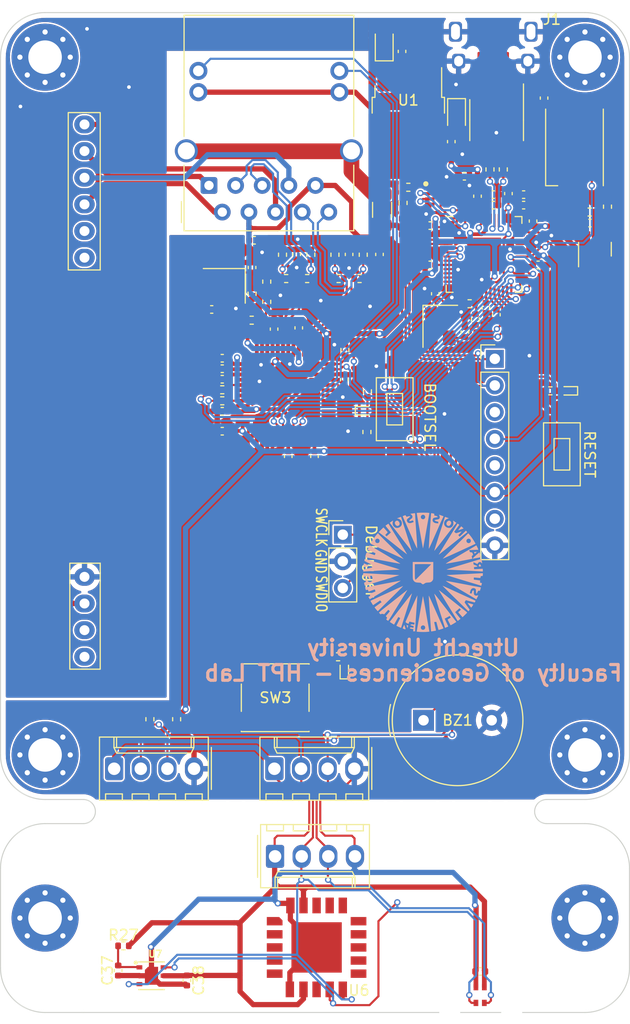
<source format=kicad_pcb>
(kicad_pcb (version 20211014) (generator pcbnew)
  (layers (0 "F.Cu" signal) (31 "B.Cu" signal) (34 "B.Paste" user) (35 "F.Paste" user) (36 "B.SilkS" user "B.Silkscreen") (37 "F.SilkS" user "F.Silkscreen") (38 "B.Mask" user) (39 "F.Mask" user) (44 "Edge.Cuts" user))
  (net 0 "")
  (net 1 "+3.3V")
  (net 2 "GND")
  (net 3 "Net-(C15-Pad1)")
  (net 4 "Net-(C16-Pad1)")
  (net 5 "Net-(C17-Pad1)")
  (net 6 "+1V1")
  (net 7 "Net-(C29-Pad1)")
  (net 8 "Net-(C35-Pad1)")
  (net 9 "Net-(C37-Pad1)")
  (net 10 "Net-(C32-Pad1)")
  (net 11 "Net-(C33-Pad1)")
  (net 12 "Net-(C34-Pad1)")
  (net 13 "+Vbus")
  (net 14 "+VSYS")
  (net 15 "Net-(D3-Pad2)")
  (net 16 "+VPoE")
  (net 17 "BOOTSEL")
  (net 18 "RUN")
  (net 19 "GPIO22")
  (net 20 "Net-(J1-Pad1)")
  (net 21 "/Ethernet/RXI-")
  (net 23 "/Ethernet/RXI+")
  (net 24 "VC1+")
  (net 25 "SWCLK")
  (net 26 "SWDIO")
  (net 27 "Net-(R8-Pad1)")
  (net 28 "VC1-")
  (net 29 "/Ethernet/TX-")
  (net 30 "/Ethernet/TX+")
  (net 31 "Net-(R23-Pad1)")
  (net 32 "/MCU/GPIO29{slash}ADC3")
  (net 33 "/MCU/QSPI_SS")
  (net 34 "Net-(R23-Pad2)")
  (net 35 "Net-(R25-Pad1)")
  (net 36 "Net-(R29-Pad2)")
  (net 37 "/MCU/USB_D+")
  (net 38 "Net-(R30-Pad1)")
  (net 39 "/MCU/USB_D-")
  (net 42 "/Ethernet/TXO+")
  (net 48 "/Ethernet/RX-")
  (net 49 "/Ethernet/LNKn")
  (net 50 "/Ethernet/ACTn")
  (net 51 "Net-(R28-Pad2)")
  (net 55 "VC2+")
  (net 56 "VC2-")
  (net 57 "/MCU/QSPI_SD1")
  (net 58 "/MCU/QSPI_SD2")
  (net 59 "/MCU/QSPI_SD0")
  (net 60 "/MCU/QSPI_SCLK")
  (net 61 "/MCU/QSPI_SD3")
  (net 62 "I2C1_SDA")
  (net 63 "I2C1_SCL")
  (net 66 "GPIO23")
  (net 73 "RSTn")
  (net 74 "SPI0_RX")
  (net 75 "SPI0_CSn")
  (net 76 "SPI0_SCK")
  (net 77 "SPI0_TX")
  (net 78 "INTn")
  (net 80 "Net-(J2-Pad12)")
  (net 95 "Net-(J2-Pad14)")
  (net 96 "/Ethernet/RX+")
  (net 97 "+1V2A")
  (net 98 "+1V2D")
  (net 99 "+1V2O")
  (net 117 "+3V3A")
  (net 118 "/MCU/Data-")
  (net 119 "/MCU/Data+")
  (net 120 "/MCU/MCU_D+")
  (net 121 "/MCU/MCU_D-")
  (net 122 "GPIO5")
  (net 123 "GPIO4")
  (net 126 "/Ethernet/TXO-")
  (footprint "Resistor_SMD:R_0402_1005Metric" (layer "F.Cu") (at 148.6975 55.1125 90)
    (fp_text reference "R5" hide)
    (fp_text value "27R")
  )
  (footprint "HPT:Micro USB, Type B" (layer "F.Cu") (at 147.7375 44.7875 180)
    (fp_text reference "J1")
    (fp_text value "USB_B_Micro")
  )
  (footprint "Package_SO:SOIC-8_3.9x4.9mm_P1.27mm" (layer "F.Cu") (at 148.0625 50.4125 -90)
    (fp_text reference "U2" hide)
    (fp_text value "USB6B1")
  )
  (footprint "Connector_Molex:Molex_KK-254_AE-6410-04A_1x04_P2.54mm_Vertical" (layer "F.Cu") (at 126.8625 112.2325)
    (fp_text reference "REF**" hide)
    (fp_text value "Molex_KK-254_AE-6410-04A_1x04_P2.54mm_Vertical")
  )
  (footprint "Diode_SMD:D_SOD-923" (layer "F.Cu") (at 154.9875 76.2125 180)
    (fp_text reference "D6" hide)
    (fp_text value "ESD9B3.3ST5G" hide)
  )
  (footprint "Resistor_SMD:R_0402_1005Metric" (layer "F.Cu") (at 135.7375 76.2625 -90)
    (fp_text reference "R11" hide)
    (fp_text value "1k")
  )
  (footprint "Resistor_SMD:R_0402_1005Metric" (layer "F.Cu") (at 124.698139 69.48186 180)
    (fp_text reference "R25" hide)
    (fp_text value "1M")
  )
  (footprint "Capacitor_SMD:C_0402_1005Metric" (layer "F.Cu") (at 126.833139 70.33186 90)
    (fp_text reference "C21" hide)
    (fp_text value "0.1uF")
  )
  (footprint "Capacitor_SMD:C_0402_1005Metric" (layer "F.Cu") (at 152.5875 48.3125 90)
    (fp_text reference "C39" hide)
    (fp_text value "0.1uF")
  )
  (footprint "Diode_SMD:D_SOD-923" (layer "F.Cu") (at 135.38 78.1125)
    (fp_text reference "D4" hide)
    (fp_text value "ESD9B3.3ST5G" hide)
  )
  (footprint "Capacitor_SMD:C_0402_1005Metric" (layer "F.Cu") (at 130.6875 82.4625 -90)
    (fp_text reference "C19" hide)
    (fp_text value "0.1uF")
  )
  (footprint "Capacitor_SMD:C_0402_1005Metric" (layer "F.Cu") (at 141.71625 64.2125 180)
    (fp_text reference "C4" hide)
    (fp_text value "0.1uF")
  )
  (footprint "HPT:Slot 2x3" (layer "F.Cu") (at 133.1875 116.3125)
    (fp_text reference "REF**" hide)
    (fp_text value "Slot 2x3" hide)
  )
  (footprint "Connector_PinHeader_2.54mm:PinHeader_1x08_P2.54mm_Vertical" (layer "F.Cu") (at 147.8875 73.1625)
    (fp_text reference "J3" hide)
    (fp_text value "Display")
  )
  (footprint "Diode_SMD:D_SOD-323" (layer "F.Cu") (at 144.2375 49.8625 -90)
    (fp_text reference "D2" hide)
    (fp_text value "BAT60A")
  )
  (footprint "Capacitor_SMD:C_0402_1005Metric" (layer "F.Cu") (at 152.0175 64.2125)
    (fp_text reference "C8" hide)
    (fp_text value "0.1uF")
  )
  (footprint "Resistor_SMD:R_0402_1005Metric" (layer "F.Cu") (at 135.6875 80.1375 -90)
    (fp_text reference "R28" hide)
    (fp_text value "100R")
  )
  (footprint "HPT:LQFP48" (layer "F.Cu") (at 127.933139 76.40686 180)
    (fp_text reference "U5" hide)
    (fp_text value "W5100S")
  )
  (footprint "Capacitor_SMD:C_0402_1005Metric" (layer "F.Cu") (at 146.2375 57.6625 90)
    (fp_text reference "C1" hide)
    (fp_text value "0.1uF")
  )
  (footprint "Capacitor_SMD:C_0402_1005Metric" (layer "F.Cu") (at 121.8875 80.0625 180)
    (fp_text reference "C20" hide)
    (fp_text value "0.1uF")
  )
  (footprint "Capacitor_SMD:C_0402_1005Metric" (layer "F.Cu") (at 128.183139 82.4625 -90)
    (fp_text reference "C27" hide)
    (fp_text value "0.1uF")
  )
  (footprint "Capacitor_SMD:C_0402_1005Metric" (layer "F.Cu") (at 147.0375 68.3125 -90)
    (fp_text reference "C9" hide)
    (fp_text value "0.1uF")
  )
  (footprint "Resistor_SMD:R_0402_1005Metric" (layer "F.Cu") (at 114.9875 107.5125 90)
    (fp_text reference "R2" hide)
    (fp_text value "DNP" hide)
  )
  (footprint "Package_DFN_QFN:QFN-56-1EP_7x7mm_P0.4mm_EP3.2x3.2mm" (layer "F.Cu") (at 146.8625 63.2125)
    (fp_text reference "U3" hide)
    (fp_text value "RP2040")
  )
  (footprint "Capacitor_SMD:C_0402_1005Metric" (layer "F.Cu") (at 151.5375 60.0325 90)
    (fp_text reference "C3" hide)
    (fp_text value "0.1uF")
  )
  (footprint "Crystal:Crystal_SMD_Abracon_ABM8G-4Pin_3.2x2.5mm" (layer "F.Cu") (at 142.6875 70.0625 -90)
    (fp_text reference "Y1" hide)
    (fp_text value "12MHz")
  )
  (footprint "Capacitor_SMD:C_0402_1005Metric" (layer "F.Cu") (at 133.9875 63.2125 -90)
    (fp_text reference "C29" hide)
    (fp_text value "0.1uF")
  )
  (footprint "Resistor_SMD:R_0402_1005Metric" (layer "F.Cu") (at 145.4875 67.9125 180)
    (fp_text reference "R8" hide)
    (fp_text value "DNP")
  )
  (footprint "Capacitor_SMD:C_0402_1005Metric" (layer "F.Cu") (at 146.5 131.55)
    (fp_text reference "C36" hide)
    (fp_text value "0.1uF")
  )
  (footprint "Diode_SMD:D_SOD-923" (layer "F.Cu") (at 133.5325 102.8675 90)
    (fp_text reference "D7" hide)
    (fp_text value "ESD9B3.3ST5G" hide)
  )
  (footprint "HPT:Slot 2x3" (layer "F.Cu") (at 148.9675 130.2025)
    (fp_text reference "REF**" hide)
    (fp_text value "Slot 2x3" hide)
  )
  (footprint "Resistor_SMD:R_0402_1005Metric" (layer "F.Cu") (at 127.6375 63.2425 -90)
    (fp_text reference "R14" hide)
    (fp_text value "49R9")
  )
  (footprint "HPT:SDC4x" (layer "F.Cu") (at 130.8875 129.2625)
    (fp_text reference "U6")
    (fp_text value "SCD4x")
  )
  (footprint "Resistor_SMD:R_0402_1005Metric" (layer "F.Cu") (at 139.6375 56.8125 180)
    (fp_text reference "R10" hide)
    (fp_text value "DNP")
  )
  (footprint "Capacitor_SMD:C_0402_1005Metric" (layer "F.Cu") (at 121.8875 73.10686 180)
    (fp_text reference "C25" hide)
    (fp_text value "0.1uF")
  )
  (footprint "Capacitor_SMD:C_0402_1005Metric" (layer "F.Cu") (at 120.883139 68.45686 180)
    (fp_text reference "C34" hide)
    (fp_text value "18pF")
  )
  (footprint "Capacitor_SMD:C_0402_1005Metric" (layer "F.Cu") (at 156.9625 60.2225 180)
    (fp_text reference "C15" hide)
    (fp_text value "0.1uF")
  )
  (footprint "Capacitor_SMD:C_0402_1005Metric" (layer "F.Cu") (at 147.7375 58.5125)
    (fp_text reference "C6" hide)
    (fp_text value "0.1uF")
  )
  (footprint "Connector_PinHeader_2.54mm:PinHeader_1x03_P2.54mm_Vertical" (layer "F.Cu") (at 133.3875 89.9225)
    (fp_text reference "J5" hide)
    (fp_text value "Debugger")
  )
  (footprint "Button_Switch_SMD:SW_Push_1P1T_NO_6x6mm_H9.5mm" (layer "F.Cu") (at 126.9375 105.4625)
    (fp_text reference "SW3")
    (fp_text value "Display")
  )
  (footprint "Capacitor_SMD:C_0402_1005Metric" (layer "F.Cu") (at 124.733139 64.45686 90)
    (fp_text reference "C35" hide)
    (fp_text value "18pF")
  )
  (footprint "Inductor_SMD:L_0402_1005Metric" (layer "F.Cu") (at 123.833139 70.80686 180)
    (fp_text reference "L2" hide)
    (fp_text value "120r@100MHz")
  )
  (footprint "Capacitor_SMD:C_0402_1005Metric" (layer "F.Cu") (at 136.8875 63.2125 -90)
    (fp_text reference "C30" hide)
    (fp_text value "0.1uF")
  )
  (footprint "Capacitor_SMD:C_0402_1005Metric" (layer "F.Cu") (at 121.8875 74.10686 180)
    (fp_text reference "C24" hide)
    (fp_text value "1uF")
  )
  (footprint "HPT:Slot 2x3" (layer "F.Cu") (at 128.1875 116.3125)
    (fp_text reference "REF**" hide)
    (fp_text value "Slot 2x3" hide)
  )
  (footprint "Capacitor_SMD:C_0402_1005Metric" (layer "F.Cu") (at 145.0375 70.6125 90)
    (fp_text reference "C17" hide)
    (fp_text value "15pF")
  )
  (footprint "Capacitor_SMD:C_0402_1005Metric" (layer "F.Cu") (at 148.0375 68.9625 -90)
    (fp_text reference "C2" hide)
    (fp_text value "0.1uF")
  )
  (footprint "Capacitor_SMD:C_0402_1005Metric" (layer "F.Cu") (at 111.9625 131.4625 -90)
    (fp_text reference "C37")
    (fp_text value "1uF")
  )
  (footprint "HPT:Slot 2x3" (layer "F.Cu") (at 144.0875 130.2025)
    (fp_text reference "REF**" hide)
    (fp_text value "Slot 2x3" hide)
  )
  (footprint "Capacitor_SMD:C_0402_1005Metric" (layer "F.Cu") (at 141.71625 60.4625 180)
    (fp_text reference "C5" hide)
    (fp_text value "0.1uF")
  )
  (footprint "Inductor_SMD:L_0402_1005Metric" (layer "F.Cu") (at 122.333139 71.65686 -90)
    (fp_text reference "L3" hide)
    (fp_text value "120r@100MHz")
  )
  (footprint "MountingHole:MountingHole_3.2mm_M3_Pad_Via" (layer "F.Cu") (at 156.4875 44.4125)
    (fp_text reference "REF**" hide)
    (fp_text value "MountingHole_3.2mm_M3_Pad_Via" hide)
  )
  (footprint "HPT:Slot 2x5.5" (layer "F.Cu") (at 143.4875 132.19 90)
    (fp_text reference "REF**" hide)
    (fp_text value "Slot 2x5.5" hide)
  )
  (footprint "HPT:PoE, 10 Pin with LED" (layer "F.Cu") (at 125.7425 50.5175 90)
    (fp_text reference "J2" hide)
    (fp_text value "Ethernet_(100_Base-T_&_PoE)")
  )
  (footprint "HPT:Adafruit 3847 connector" (layer "F.Cu") (at 108.7475 76.1925 -90)
    (fp_text reference "MOD1" hide)
    (fp_text value "Adafruit_3847_connector")
  )
  (footprint "Resistor_SMD:R_0402_1005Metric" (layer "F.Cu") (at 130.3375 63.2425 -90)
    (fp_text reference "R15" hide)
    (fp_text value "49R9")
  )
  (footprint "HPT:Switch" (layer "F.Cu") (at 154.2875 82.2625 -90)
    (fp_text reference "SW2" hide)
    (fp_text value "RESET")
  )
  (footprint "Package_TO_SOT_SMD:SOT-23" (layer "F.Cu") (at 157.4375 62.7125 90)
    (fp_text reference "Q1" hide)
    (fp_text value "2N7002")
  )
  (footprint "Resistor_SMD:R_0402_1005Metric" (layer "F.Cu") (at 121.8875 76.1125)
    (fp_text reference "R17" hide)
    (fp_text value "470R")
  )
  (footprint "HPT:Slot 2x3" (layer "F.Cu") (at 143.1875 116.3125)
    (fp_text reference "REF**" hide)
    (fp_text value "Slot 2x3" hide)
  )
  (footprint "HPT:LED" (layer "F.Cu") (at 139.1375 60.5525 90)
    (fp_text reference "D3" hide)
    (fp_text value "LED")
  )
  (footprint "HPT:SON50P300X200X60-9N" (layer "F.Cu") (at 143.0875 57.675)
    (fp_text reference "U4" hide)
    (fp_text value "W25Q16JVUXIQ")
  )
  (footprint "Resistor_SMD:R_0402_1005Metric" (layer "F.Cu") (at 156.9375 59.1725)
    (fp_text reference "R7" hide)
    (fp_text value "100k")
  )
  (footprint "Resistor_SMD:R_0402_1005Metric" (layer "F.Cu") (at 121.8875 77.1625)
    (fp_text reference "R21" hide)
    (fp_text value "470R")
  )
  (footprint "HPT:Slot 2x3" (layer "F.Cu") (at 148.1875 116.3125)
    (fp_text reference "REF**" hide)
    (fp_text value "Slot 2x3" hide)
  )
  (footprint "Connector_Molex:Molex_KK-254_AE-6410-04A_1x04_P2.54mm_Vertical" (layer "F.Cu") (at 111.5775 112.2325)
    (fp_text reference "J4" hide)
    (fp_text value "Extra I2C")
  )
  (footprint "HPT:XDCR_SGP41-D-R4" (layer "F.Cu") (at 115.1375 131.9625)
    (fp_text reference "U7")
    (fp_text value "SGP41")
  )
  (footprint "Diode_SMD:D_SOD-323" (layer "F.Cu") (at 137.3375 43.2625 90)
    (fp_text reference "D1" hide)
    (fp_text value "BAT60A")
  )
  (footprint "Resistor_SMD:R_0402_1005Metric" (layer "F.Cu") (at 147.4275 55.1125 90)
    (fp_text reference "R4" hide)
    (fp_text value "27R")
  )
  (footprint "Capacitor_SMD:C_0402_1005Metric" (layer "F.Cu") (at 150.6375 57.5125)
    (fp_text reference "C14" hide)
    (fp_text value "1uF")
  )
  (footprint "MountingHole:MountingHole_3.2mm_M3_Pad_Via" (layer "F.Cu") (at 104.9875 126.4625)
    (fp_text reference "REF**" hide)
    (fp_text value "MountingHole_3.2mm_M3_Pad_Via" hide)
  )
  (footprint "Buzzer_Beeper:Buzzer_TDK_PS1240P02BT_D12.2mm_H6.5mm" (layer "F.Cu") (at 144.3375 107.6125)
    (fp_text reference "BZ1")
    (fp_text value "Buzzer")
  )
  (footprint "Resistor_SMD:R_0402_1005Metric" (layer "F.Cu") (at 132.9375 101.5625)
    (fp_text reference "R30" hide)
    (fp_text value "100R")
  )
  (footprint "Capacitor_SMD:C_0402_1005Metric" (layer "F.Cu") (at 133.533139 75.15686 90)
    (fp_text reference "C28" hide)
    (fp_text value "0.1uF")
  )
  (footprint "Capacitor_SMD:C_0402_1005Metric" (layer "F.Cu") (at 142.2125 66.9625 90)
    (fp_text reference "C16" hide)
    (fp_text value "15pF")
  )
  (footprint "MountingHole:MountingHole_3.2mm_M3_Pad_Via" (layer "F.Cu") (at 156.4875 110.9125)
    (fp_text reference "REF**" hide)
    (fp_text value "MountingHole_3.2mm_M3_Pad_Via" hide)
  )
  (footprint "Capacitor_SMD:C_0402_1005Metric" (layer "F.Cu") (at 124.9375 61.8625)
    (fp_text reference "C31" hide)
    (fp_text value "1uF")
  )
  (footprint "Capacitor_SMD:C_0402_1005Metric" (layer "F.Cu") (at 121.8875 75.10686 180)
    (fp_text reference "C22" hide)
    (fp_text value "0.1uF")
  )
  (footprint "HPT:SHT4x" (layer "F.Cu") (at 146.4875 133.8 90)
    (fp_text reference "U8" hide)
    (fp_text value "SHT4x")
  )
  (footprint "Crystal:Crystal_SMD_Abracon_ABM8G-4Pin_3.2x2.5mm" (layer "F.Cu") (at 122.083139 66.20686 180)
    (fp_text reference "Y2" hide)
    (fp_text value "25MHz")
  )
  (footprint "Resistor_SMD:R_0402_1005Metric" (layer "F.Cu") (at 158.6375 58.6625 90)
    (fp_text reference "R6" hide)
    (fp_text value "200k")
  )
  (footprint "Resistor_SMD:R_0402_1005Metric" (layer "F.Cu") (at 153.1875 76.2125 180)
    (fp_text reference "R29" hide)
    (fp_text value "100R")
  )
  (footprint "Resistor_SMD:R_0402_1005Metric" (layer "F.Cu") (at 127.9875 65.5125)
    (fp_text reference "R22" hide)
    (fp_text value "3R3")
  )
  (footprint "Resistor_SMD:R_0402_1005Metric" (layer "F.Cu") (at 139.1375 58.3025 90)
    (fp_text reference "R1" hide)
    (fp_text value "470R")
  )
  (footprint "HPT:Slot 2x5.5" (layer "F.Cu") (at 149.4 132.95 90)
    (fp_text reference "REF**" hide)
    (fp_text value "Slot 2x5.5" hide)
  )
  (footprint "HPT:Slot 2x3" (layer "F.Cu") (at 123.1875 116.3125)
    (fp_text reference "REF**" hide)
    (fp_text value "Slot 2x3" hide)
  )
  (footprint "Resistor_SMD:R_0402_1005Metric" (layer "F.Cu") (at 126.133139 65.80686 -90)
    (fp_text reference "R24" hide)
    (fp_text value "300R/1%")
  )
  (footprint "MountingHole:MountingHole_3.2mm_M3_Pad_Via" (layer "F.Cu") (at 156.4875 126.4625)
    (fp_text reference "REF**" hide)
    (fp_text value "MountingHole_3.2mm_M3_Pad_Via" hide)
  )
  (footprint "Resistor_SMD:R_0402_1005Metric" (layer "F.Cu") (at 134.9875 65.5125 180)
    (fp_text reference "R18" hide)
    (fp_text value "3R3")
  )
  (footprint "Capacitor_SMD:C_0402_1005Metric" (layer "F.Cu") (at 149.1875 57.4125 90)
    (fp_text reference "C12" hide)
    (fp_text value "1uF")
  )
  (footprint "Resistor_SMD:R_0402_1005Metric" (layer "F.Cu") (at 133.5875 72.3225 -90)
    (fp_text reference "R16" hide)
    (fp_text value "4k7")
  )
  (footprint "Resistor_SMD:R_0402_1005Metric" (layer "F.Cu") (at 132.9875 65.5125)
    (fp_text reference "R19" hide)
    (fp_text value "3R3")
  )
  (footprint "HPT:Slot 2x3" (layer "F.Cu") (at 118.1875 116.3125)
    (fp_text reference "REF**" hide)
    (fp_text value "Slot 2x3" hide)
  )
  (footprint "Resistor_SMD:R_0402_1005Metric" (layer "F.Cu") (at 146.0375 69.4125 90)
    (fp_text reference "R9" hide)
    (fp_text value "1k")
  )
  (footprint "LED_SMD:LED_WS2812B_PLCC4_5.0x5.0mm_P3.2mm" (layer "F.Cu") (at 155.4875 53.0125 -90)
    (fp_text reference "D5" hide)
    (fp_text value "WS2812B")
  )
  (footprint "Capacitor_SMD:C_1206_3216Metric" (layer "F.Cu") (at 137.1375 58.9625 -90)
    (fp_text reference "C33" hide)
    (fp_text value "1nF/2kV")
  )
  (footprint "Capacitor_SMD:C_0402_1005Metric" (layer "F.Cu") (at 129.1875 70.2125 90)
    (fp_text reference "C23" hide)
    (fp_text value "0.1uF")
  )
  (footprint "Resistor_SMD:R_0402_1005Metric" (layer "F.Cu") (at 124.733139 66.95686 -90)
    (fp_text reference "R26" hide)
    (fp_text value "0R")
  )
  (footprint "Capacitor_SMD:C_0402_1005Metric" (layer "F.Cu") (at 144.9875 55.7625)
    (fp_text reference "C18" hide)
    (fp_text value "0.1uF")
  )
  (footprint "Resistor_SMD:R_0402_1005Metric" (layer "F.Cu") (at 132.6375 63.2425 -90)
    (fp_text reference "R12" hide)
    (fp_text value "49R9")
  )
  (footprint "Resistor_SMD:R_0402_1005Metric" (layer "F.Cu") (at 135.3375 63.2425 -90)
    (fp_text reference "R13" hide)
    (fp_text value "49R9")
  )
  (footprint "Resistor_SMD:R_0402_1005Metric" (layer "F.Cu") (at 112.4625 129.1125 180)
    (fp_text reference "R27")
    (fp_text value "4R7")
  )
  (footprint "Capacitor_SMD:C_0402_1005Metric" (layer "F.Cu") (at 143.7375 52.4625 90)
    (fp_text reference "C11" hide)
    (fp_text value "10uF")
  )
  (footprint "Capacitor_SMD:C_0402_1005Metric" (layer "F.Cu") (at 128.9875 63.2125 -90)
    (fp_text reference "C32" hide)
    (fp_text value "0.1uF")
  )
  (footprint "Capacitor_SMD:C_0402_1005Metric" (layer "F.Cu") (at 118.5125 132.4125 -90)
    (fp_text reference "C38")
    (fp_text value "1uF")
  )
  (footprint "Resistor_SMD:R_0402_1005Metric" (layer "F.Cu") (at 117.5375 107.5125 90)
    (fp_text reference "R3" hide)
    (fp_text value "DNP" hide)
  )
  (footprint "Inductor_SMD:L_0402_1005Metric" (layer "F.Cu") (at 133.0875 70.7625 180)
    (fp_text reference "L1" hide)
    (fp_text value "120r@100MHz")
  )
  (footprint "Resistor_SMD:R_0402_1005Metric" (layer "F.Cu") (at 129.9875 65.5125 180)
    (fp_text reference "R20" hide)
    (fp_text value "3R3")
  )
  (footprint "Resistor_SMD:R_0402_1005Metric" (layer "F.Cu") (at 126.133139 67.73186 -90)
    (fp_text reference "R23" hide)
    (fp_text value "12K/1%")
  )
  (footprint "HPT:Slot 2x3" (layer "F.Cu") (at 113.1875 116.3125)
    (fp_text reference "REF**" hide)
    (fp_text value "Slot 2x3" hide)
  )
  (footprint "MountingHole:MountingHole_3.2mm_M3_Pad_Via" (layer "F.Cu") (at 104.9875 44.4125)
    (fp_text reference "REF**" hide)
    (fp_text value "MountingHole_3.2mm_M3_Pad_Via" hide)
  )
  (footprint "Capacitor_SMD:C_0402_1005Metric" (layer "F.Cu") (at 139.0375 43.8625 90)
    (fp_text reference "C10" hide)
    (fp_text value "10uF")
  )
  (footprint "Connector_Molex:Molex_KK-254_AE-6410-04A_1x04_P2.54mm_Vertical" (layer "F.Cu") (at 126.9275 120.5825)
    (fp_text reference "REF" hide)
    (fp_text value "Molex_KK-254_AE-6410-04A_1x04_P2.54mm_Vertical")
  )
  (footprint "Capacitor_SMD:C_0402_1005Metric" (layer "F.Cu") (at 147.7375 57.5125)
    (fp_text reference "C7" hide)
    (fp_text value "0.1uF")
  )
  (footprint "HPT:Switch" (layer "F.Cu") (at 138.3375 77.9625 90)
    (fp_text reference "SW1" hide)
    (fp_text value "BOOTSEL")
  )
  (footprint "Capacitor_SMD:C_0402_1005Metric" (layer "F.Cu") (at 121.8875 78.1625 180)
    (fp_text reference "C26" hide)
    (fp_text value "0.1uF")
  )
  (footprint "Capacitor_SMD:C_0402_1005Metric" (layer "F.Cu") (at 150.6375 58.5125)
    (fp_text reference "C13" hide)
    (fp_text value "1uF")
  )
  (footprint "MountingHole:MountingHole_3.2mm_M3_Pad_Via" (layer "F.Cu") (at 104.9875 110.9125)
    (fp_text reference "REF**" hide)
    (fp_text value "MountingHole_3.2mm_M3_Pad_Via" hide)
  )
  (footprint "Package_TO_SOT_SMD:TO-252-2" (layer "F.Cu") (at 139.6375 50.7125 -90)
    (fp_text reference "U1")
    (fp_text value "NCP1117-3.3_TO252")
  )
  (footprint "HPT:Slot 2x3" (layer "F.Cu") (at 138.1875 116.3125)
    (fp_text reference "REF**" hide)
    (fp_text value "Slot 2x3" hide)
  )
  (footprint "HPT:uu Logo" (layer "B.Cu") (at 141.158336 93.543156 180)
    (fp_text reference "G***" hide)
    (fp_text value "LOGO" hide)
  )
  (gr_line (start 160.7375 110.9125) (end 160.7375 44.4125) (layer "Edge.Cuts") (width 0.1))
  (gr_arc (start 104.9875 115.1625) (mid 101.982296 113.917704) (end 100.7375 110.9125) (layer "Edge.Cuts") (width 0.1))
  (gr_arc (start 160.7375 131.2125) (mid 159.488358 134.213358) (end 156.4875 135.4625) (layer "Edge.Cuts") (width 0.1))
  (gr_arc (start 152.8375 117.4625) (mid 151.6875 116.3125) (end 152.8375 115.1625) (layer "Edge.Cuts") (width 0.1))
  (gr_line (start 104.9875 115.1625) (end 108.6375 115.1625) (layer "Edge.Cuts") (width 0.1))
  (gr_line (start 104.9875 117.4625) (end 108.6375 117.4625) (layer "Edge.Cuts") (width 0.1))
  (gr_line (start 108.6375 135.4625) (end 156.4875 135.4625) (layer "Edge.Cuts") (width 0.1))
  (gr_line (start 104.9875 40.1625) (end 156.4875 40.1625) (layer "Edge.Cuts") (width 0.1))
  (gr_line (start 108.6375 135.4625) (end 104.9875 135.4625) (layer "Edge.Cuts") (width 0.1))
  (gr_arc (start 100.7375 44.4125) (mid 101.982296 41.407296) (end 104.9875 40.1625) (layer "Edge.Cuts") (width 0.1))
  (gr_arc (start 156.4875 117.4625) (mid 159.492704 118.707296) (end 160.7375 121.7125) (layer "Edge.Cuts") (width 0.1))
  (gr_arc (start 156.4875 40.1625) (mid 159.492704 41.407296) (end 160.7375 44.4125) (layer "Edge.Cuts") (width 0.1))
  (gr_line (start 100.7375 110.9125) (end 100.7375 44.4125) (layer "Edge.Cuts") (width 0.1))
  (gr_line (start 160.7375 121.7125) (end 160.7375 131.2125) (layer "Edge.Cuts") (width 0.1))
  (gr_line (start 152.8375 115.1625) (end 156.4875 115.1625) (layer "Edge.Cuts") (width 0.1))
  (gr_line (start 152.8375 117.4625) (end 156.4875 117.4625) (layer "Edge.Cuts") (width 0.1))
  (gr_arc (start 104.9875 135.4625) (mid 101.982296 134.217704) (end 100.7375 131.2125) (layer "Edge.Cuts") (width 0.1))
  (gr_line (start 100.7375 131.2125) (end 100.7375 121.7125) (layer "Edge.Cuts") (width 0.1))
  (gr_arc (start 100.7375 121.7125) (mid 101.986642 118.711642) (end 104.9875 117.4625) (layer "Edge.Cuts") (width 0.1))
  (gr_arc (start 160.7375 110.9125) (mid 159.492704 113.917704) (end 156.4875 115.1625) (layer "Edge.Cuts") (width 0.1))
  (gr_arc (start 108.6375 115.1625) (mid 109.7875 116.3125) (end 108.6375 117.4625) (layer "Edge.Cuts") (width 0.1))
  (gr_text "Utrecht University\nFaculty of Geosciences - HPT Lab" (at 140.1125 101.9125) (layer "B.SilkS") (effects (font (size 1.5 1.5) (thickness 0.3)) (justify mirror)))
  (gr_text "SWCLK" (at 131.3375 89.2125 270) (layer "F.SilkS") (effects (font (size 1 0.75))))
  (gr_text "GND" (at 131.2875 92.4625 270) (layer "F.SilkS") (effects (font (size 1 0.75))))
  (gr_text "SWDIO\n" (at 131.3375 95.5625 270) (layer "F.SilkS") (effects (font (size 1 0.75))))
  (segment (start 147.873944 65.298944) (end 147.806082 65.298944) (width 0.2) (layer "F.Cu") (net 1))
  (segment (start 145.5375 61.1625) (end 145.6625 61.2875) (width 0.35) (layer "F.Cu") (net 1))
  (segment (start 126.8875 113.0125) (end 127.7375 113.8625) (width 0.2) (layer "F.Cu") (net 1))
  (segment (start 126.9625 123.5125) (end 126.8875 123.5875) (width 0.5) (layer "F.Cu") (net 1))
  (segment (start 147.0625 66.042526) (end 147.0625 66.65) (width 0.2) (layer "F.Cu") (net 1))
  (segment (start 142.19625 60.4625) (end 142.19625 59.855457) (width 0.5) (layer "F.Cu") (net 1))
  (segment (start 124.8375 134.7125) (end 129.0875 134.7125) (width 0.5) (layer "F.Cu") (net 1))
  (segment (start 151.5375 60.5125) (end 152.6875 60.5125) (width 0.5) (layer "F.Cu") (net 1))
  (segment (start 123.5875 126.8875) (end 123.5875 127.4625) (width 0.5) (layer "F.Cu") (net 1))
  (segment (start 123.5875 131.6625) (end 123.4375 131.6625) (width 0.2) (layer "F.Cu") (net 1))
  (segment (start 151.5375 63.9625) (end 151.5375 64.2125) (width 0.5) (layer "F.Cu") (net 1))
  (segment (start 146.647135 61.2875) (end 147.036488 60.898147) (width 0.35) (layer "F.Cu") (net 1))
  (segment (start 139.1375 56.8225) (end 139.1275 56.8125) (width 0.5) (layer "F.Cu") (net 1))
  (segment (start 146.2375 55.1125) (end 146.2375 56.108825) (width 0.5) (layer "F.Cu") (net 1))
  (segment (start 126.8875 123.5875) (end 123.5875 126.8875) (width 0.5) (layer "F.Cu") (net 1))
  (segment (start 150.1575 59.4925) (end 150.1575 58.5625) (width 0.5) (layer "F.Cu") (net 1))
  (segment (start 147.036488 60.898147) (end 147.036488 60.380379) (width 0.35) (layer "F.Cu") (net 1))
  (segment (start 129.223581 113.8625) (end 130.1875 114.826419) (width 0.2) (layer "F.Cu") (net 1))
  (segment (start 123.1375 126.9125) (end 123.5875 127.3625) (width 0.2) (layer "F.Cu") (net 1))
  (segment (start 123.0375 126.9125) (end 115.1725 126.9125) (width 0.5) (layer "F.Cu") (net 1))
  (segment (start 146.2375 56.108825) (end 147.2575 57.128825) (width 0.5) (layer "F.Cu") (net 1))
  (segment (start 118.4825 131.9625) (end 116.2875 131.9625) (width 0.5) (layer "F.Cu") (net 1))
  (segment (start 142.2375 64.2125) (end 142.2375 64.6625) (width 0.5) (layer "F.Cu") (net 1))
  (segment (start 115.1725 126.9125) (end 112.9725 129.1125) (width 0.5) (layer "F.Cu") (net 1))
  (segment (start 145.5375 123.5125) (end 146.9 124.875) (width 0.5) (layer "F.Cu") (net 1))
  (segment (start 147.2875 58.5825) (end 147.2875 59.7625) (width 0.5) (layer "F.Cu") (net 1))
  (segment (start 142.34625 60.6125) (end 142.19625 60.4625) (width 0.2) (layer "F.Cu") (net 1))
  (segment (start 139.1275 56.8125) (end 139.1275 53.3225) (width 0.5) (layer "F.Cu") (net 1))
  (segment (start 118.3875 106.5625) (end 117.9375 107.0125) (width 0.5) (layer "F.Cu") (net 1))
  (segment (start 123.5875 132.3625) (end 123.5875 133.4625) (width 0.5) (layer "F.Cu") (net 1))
  (segment (start 111.6375 109.1125) (end 111.6375 111.7725) (width 0.5) (layer "F.Cu") (net 1))
  (segment (start 139.1375 57.7925) (end 139.1375 56.8225) (width 0.5) (layer "F.Cu") (net 1))
  (segment (start 126.8875 119.9025) (end 126.8875 123.5875) (width 0.5) (layer "F.Cu") (net 1))
  (segment (start 146.9 131.47) (end 146.98 131.55) (width 0.5) (layer "F.Cu") (net 1))
  (segment (start 142.2375 64.6625) (end 141.8875 65.0125) (width 0.5) (layer "F.Cu") (net 1))
  (segment (start 129.6375 123.8125) (end 129.6375 123.9625) (width 0.5) (layer "F.Cu") (net 1))
  (segment (start 129.0875 134.7125) (end 129.6375 134.1625) (width 0.5) (layer "F.Cu") (net 1))
  (segment (start 147.2575 57.128825) (end 147.2575 58.5625) (width 0.5) (layer "F.Cu") (net 1))
  (segment (start 136.8875 70.7625) (end 133.5725 70.7625) (width 0.5) (layer "F.Cu") (net 1))
  (segment (start 123.5875 131.6625) (end 123.5875 131.9125) (width 0.5) (layer "F.Cu") (net 1))
  (segment (start 123.5675 131.9325) (end 123.5875 131.9125) (width 0.5) (layer "F.Cu") (net 1))
  (segment (start 129.3375 123.5125) (end 129.6375 123.8125) (width 0.5) (layer "F.Cu") (net 1))
  (segment (start 143.7375 52.9425) (end 143.7375 54.7625) (width 0.5) (layer "F.Cu") (net 1))
  (segment (start 130.6675 81.95686) (end 131.58186 81.95686) (width 0.5) (layer "F.Cu") (net 1))
  (segment (start 117.9375 107.0125) (end 113.7375 107.0125) (width 0.5) (layer "F.Cu") (net 1))
  (segment (start 130.683139 80.50686) (end 130.683139 81.941221) (width 0.35) (layer "F.Cu") (net 1))
  (segment (start 118.5125 131.9325) (end 123.1675 131.9325) (width 0.5) (layer "F.Cu") (net 1))
  (segment (start 129.6375 134.1625) (end 129.6375 133.1125) (width 0.5) (layer "F.Cu") (net 1))
  (segment (start 123.8075 80.0325) (end 122.3375 80.0325) (width 0.35) (layer "F.Cu") (net 1))
  (segment (start 130.683139 81.941221) (end 130.6675 81.95686) (width 0.35) (layer "F.Cu") (net 1))
  (segment (start 147.0625 66.65) (end 147.0625 67.7825) (width 0.2) (layer "F.Cu") (net 1))
  (segment (start 151.4375 60.6125) (end 151.5375 60.5125) (width 0.2) (layer "F.Cu") (net 1))
  (segment (start 134.5725 47.7475) (end 139.6375 52.8125) (width 0.5) (layer "F.Cu") (net 1))
  (segment (start 133.0625 47.7475) (end 134.5725 47.7475) (width 0.5) (layer "F.Cu") (net 1))
  (segment (start 126.8875 112.0625) (end 126.8875 113.0125) (width 0.2) (layer "F.Cu") (net 1))
  (segment (start 144.4875 56.925) (end 144.5075 56.905) (width 0.2) (layer "F.Cu") (net 1))
  (segment (start 149.2875 59.775) (end 149.2875 60.4125) (width 0.2) (layer "F.Cu") (net 1))
  (segment (start 143.7375 52.9425) (end 139.7675 52.9425) (width 0.5) (layer "F.Cu") (net 1))
  (segment (start 149.4875 60.6125) (end 151.4375 60.6125) (width 0.2) (layer "F.Cu") (net 1))
  (segment (start 119.6125 47.7475) (end 133.0625 47.7475) (width 0.5) (layer "F.Cu") (net 1))
  (segment (start 147.2875 60.129367) (end 147.2875 59.7625) (width 0.35) (layer "F.Cu") (net 1))
  (segment (start 127.2875 123.5125) (end 128.7375 123.5125) (width 0.5) (layer "F.Cu") (net 1))
  (segment (start 129.9875 123.5125) (end 145.5375 123.5125) (width 0.5) (layer "F.Cu") (net 1))
  (segment (start 129.9375 123.5125) (end 129.9875 123.5125) (width 0.5) (layer "F.Cu") (net 1))
  (segment (start 149.875 59.775) (end 150.1575 59.4925) (width 0.5) (layer "F.Cu") (net 1))
  (segment (start 153.5375 60.5125) (end 156.4875 63.4625) (width 0.5) (layer "F.Cu") (net 1))
  (segment (start 127.1475 118.6125) (end 126.8875 118.8725) (width 0.2) (layer "F.Cu") (net 1))
  (segment (start 129.7275 118.6125) (end 127.1475 118.6125) (width 0.2) (layer "F.Cu") (net 1))
  (segment (start 123.8125 80.0375) (end 123.8075 80.0325) (width 0.35) (layer "F.Cu") (net 1))
  (segment (start 150.1575 57.5125) (end 150.1575 58.5125) (width 0.5) (layer "F.Cu") (net 1))
  (segment (start 126.8875 123.1125) (end 127.2875 123.5125) (width 0.5) (layer "F.Cu") (net 1))
  (segment (start 146.8875 131.6425) (end 146.8875 133.05) (width 0.45) (layer "F.Cu") (net 1))
  (segment (start 144.5075 55.5325) (end 144.5075 55.7625) (width 0.5) (layer "F.Cu") (net 1))
  (segment (start 147.806082 65.298944) (end 147.0625 66.042526) (width 0.2) (layer "F.Cu") (net 1))
  (segment (start 123.5875 127.4625) (end 123.5875 131.6625) (width 0.5) (layer "F.Cu") (net 1))
  (segment (start 128.7375 123.5125) (end 129.9875 123.5125) (width 0.5) (layer "F.Cu") (net 1))
  (segment (start 123.5875 126.9125) (end 123.0375 126.9125) (width 0.5) (layer "F.Cu") (net 1))
  (segment (start 127.7375 113.8625) (end 129.223581 113.8625) (width 0.2) (layer "F.Cu") (net 1))
  (segment (start 133.5875 71.8125) (end 133.5875 70.7775) (width 0.5) (layer "F.Cu") (net 1))
  (segment (start 123.1675 131.9425) (end 123.5875 132.3625) (width 0.2) (layer "F.Cu") (net 1))
  (segment (start 123.4375 131.6625) (end 123.1675 131.9325) (width 0.2) (layer "F.Cu") (net 1))
  (segment (start 123.833139 80.016861) (end 123.833139 79.15686) (width 0.35) (layer "F.Cu") (net 1))
  (segment (start 126.8875 118.8775) (end 126.8875 119.9025) (width 0.2) (layer "F.Cu") (net 1))
  (segment (start 123.1675 131.9325) (end 123.1675 131.9425) (width 0.2) (layer "F.Cu") (net 1))
  (segment (start 145.6625 61.2875) (end 146.647135 61.2875) (width 0.35) (layer "F.Cu") (net 1))
  (segment (start 133.5875 70.7775) (end 133.5725 70.7625) (width 0.5) (layer "F.Cu") (net 1))
  (segment (start 152.5375 63.3125) (end 152.1875 63.3125) (width 0.5) (layer "F.Cu") (net 1))
  (segment (start 127.2875 123.5125) (end 126.9625 123.5125) (width 0.5) (layer "F.Cu") (net 1))
  (segment (start 152.6875 60.5125) (end 153.5375 60.5125) (width 0.5) (layer "F.Cu") (net 1))
  (segment (start 128.7375 123.5125) (end 129.3375 123.5125) (width 0.5) (layer "F.Cu") (net 1))
  (segment (start 143.7375 54.7625) (end 144.5075 55.5325) (width 0.5) (layer "F.Cu") (net 1))
  (segment (start 123.5875 133.4625) (end 124.8375 134.7125) (width 0.5) (layer "F.Cu") (net 1))
  (segment (start 113.7375 107.0125) (end 111.6375 109.1125) (width 0.5) (layer "F.Cu") (net 1))
  (segment (start 129.6375 123.8125) (end 129.9375 123.5125) (width 0.5) (layer "F.Cu") (net 1))
  (segment (start 149.2875 59.775) (end 149.875 59.775) (width 0.5) (layer "F.Cu") (net 1))
  (segment (start 146.98 131.55) (end 146.8875 131.6425) (width 0.45) (layer "F.Cu") (net 1))
  (segment (start 147.036488 60.380379) (end 147.2875 60.129367) (width 0.35) (layer "F.Cu") (net 1))
  (segment (start 149.2875 60.4125) (end 149.4875 60.6125) (width 0.2) (layer "F.Cu") (net 1))
  (segment (start 139.7675 52.9425) (end 139.6375 52.8125) (width 0.5) (layer "F.Cu") (net 1))
  (segment (start 118.5125 131.9325) (end 118.4825 131.9625) (width 0.5) (layer "F.Cu") (net 1))
  (segment (start 123.8125 80.0375) (end 123.833139 80.016861) (width 0.35) (layer "F.Cu") (net 1))
  (segment (start 123.0375 126.9125) (end 123.1375 126.9125) (width 0.2) (layer "F.Cu") (net 1))
  (segment (start 143.37875 64.2125) (end 142.2375 64.2125) (width 0.2) (layer "F.Cu") (net 1))
  (segment (start 156.4875 63.4625) (end 156.4875 63.65) (width 0.5) (layer "F.Cu") (net 1))
  (segment (start 152.1875 63.3125) (end 151.5375 63.9625) (width 0.5) (layer "F.Cu") (net 1))
  (segment (start 131.58186 81.95686) (end 131.5875 81.9625) (width 0.5) (layer "F.Cu") (net 1))
  (segment (start 130.1875 114.826419) (end 130.1875 118.1525) (width 0.2) (layer "F.Cu") (net 1))
  (segment (start 129.6375 123.9625) (end 129.6375 125.1125) (width 0.5) (layer "F.Cu") (net 1))
  (segment (start 150.355 64.2125) (end 151.5375 64.2125) (width 0.2) (layer "F.Cu") (net 1))
  (segment (start 123.5875 127.3625) (end 123.5875 127.4625) (width 0.2) (layer "F.Cu") (net 1))
  (segment (start 144.5075 56.905) (end 144.5075 55.7625) (width 0.2) (layer "F.Cu") (net 1))
  (segment (start 142.19625 59.855457) (end 142.234634 59.817073) (width 0.5) (layer "F.Cu") (net 1))
  (segment (start 123.5875 131.9125) (end 123.5875 132.3625) (width 0.5) (layer "F.Cu") (net 1))
  (segment (start 123.1675 131.9325) (end 123.5675 131.9325) (width 0.5) (layer "F.Cu") (net 1))
  (segment (start 143.37875 60.6125) (end 142.34625 60.6125) (width 0.2) (layer "F.Cu") (net 1))
  (segment (start 130.1875 118.1525) (end 129.7275 118.6125) (width 0.2) (layer "F.Cu") (net 1))
  (segment (start 139.1275 53.3225) (end 139.6375 52.8125) (width 0.5) (layer "F.Cu") (net 1))
  (segment (start 146.9 124.875) (end 146.9 131.47) (width 0.5) (layer "F.Cu") (net 1))
  (via (at 143.7375 54.7625) (size 0.6) (drill 0.35) (layers "F.Cu" "B.Cu") (net 1))
  (via (at 141.8875 65.0125) (size 0.6) (drill 0.35) (layers "F.Cu" "B.Cu") (net 1))
  (via (at 131.5875 81.9625) (size 0.6) (drill 0.35) (layers "F.Cu" "B.Cu") (net 1))
  (via (at 142.234634 59.817073) (size 0.6) (drill 0.35) (layers "F.Cu" "B.Cu") (net 1))
  (via (at 145.5375 61.1625) (size 0.6) (drill 0.35) (layers "F.Cu" "B.Cu") (net 1))
  (via (at 146.2375 55.1125) (size 0.6) (drill 0.35) (layers "F.Cu" "B.Cu") (net 1))
  (via (at 152.5375 63.3125) (size 0.6) (drill 0.35) (layers "F.Cu" "B.Cu") (net 1))
  (via (at 118.3875 106.5625) (size 0.6) (drill 0.35) (layers "F.Cu" "B.Cu") (net 1))
  (via (at 147.873944 65.298944) (size 0.6) (drill 0.35) (layers "F.Cu" "B.Cu") (net 1))
  (via (at 136.8875 70.7625) (size 0.6) (drill 0.35) (layers "F.Cu" "B.Cu") (net 1))
  (via (at 123.8125 80.0375) (size 0.6) (drill 0.35) (layers "F.Cu" "B.Cu") (net 1))
  (via (at 152.6875 60.5125) (size 0.6) (drill 0.35) (layers "F.Cu" "B.Cu") (net 1))
  (segment (start 125.4125 81.6375) (end 125.3625 81.5875) (width 0.2) (layer "B.Cu") (net 1))
  (segment (start 139.6375 66.5625) (end 139.6375 68.5125) (width 0.5) (layer "B.Cu") (net 1))
  (segment (start 145.5375 61.1625) (end 145.5375 61.7125) (width 0.5) (layer "B.Cu") (net 1))
  (segment (start 111.6275 111.3225) (end 111.6275 111.7825) (width 0.5) (layer "B.Cu") (net 1))
  (segment (start 125.7375 81.9625) (end 131.5875 81.9625) (width 0.5) (layer "B.Cu") (net 1))
  (segment (start 141.8875 65.0125) (end 142.2375 64.6625) (width 0.5) (layer "B.Cu") (net 1))
  (segment (start 142.4875 61.9625) (end 142.2375 62.2125) (width 0.5) (layer "B.Cu") (net 1))
  (segment (start 150.7875 61.92255) (end 151.017525 61.692525) (width 0.5) (layer "B.Cu") (net 1))
  (segment (start 145.7875 61.9625) (end 145.2875 61.9625) (width 0.5) (layer "B.Cu") (net 1))
  (segment (start 123.8125 80.0375) (end 125.3625 81.5875) (width 0.5) (layer "B.Cu") (net 1))
  (segment (start 152.19755 60.5125) (end 152.6875 60.5125) (width 0.5) (layer "B.Cu") (net 1))
  (segment (start 137.3875 70.7625) (end 136.8875 70.7625) (width 0.5) (layer "B.Cu") (net 1))
  (segment (start 148.9575 85.8925) (end 146.7175 85.8925) (width 0.5) (layer "B.Cu") (net 1))
  (segment (start 146.2375 55.1125) (end 144.0875 55.1125) (width 0.5) (layer "B.Cu") (net 1))
  (segment (start 153.4875 64.2625) (end 153.4875 81.3625) (width 0.5) (layer "B.Cu") (net 1))
  (segment (start 145.7875 61.9625) (end 145.5375 61.7125) (width 0.5) (layer "B.Cu") (net 1))
  (segment (start 142.7875 81.9625) (end 131.5875 81.9625) (width 0.5) (layer "B.Cu") (net 1))
  (segment (start 148.7375 61.9625) (end 150.7375 61.9625) (width 0.5) (layer "B.Cu") (net 1))
  (segment (start 151.017525 61.692525) (end 152.19755 60.5125) (width 0.5) (layer "B.Cu") (net 1))
  (segment (start 146.7175 85.8925) (end 142.7875 81.9625) (width 0.5) (layer "B.Cu") (net 1))
  (segment (start 150.9375 61.77255) (end 150.9375 62.1625) (width 0.5) (layer "B.Cu") (net 1))
  (segment (start 147.873944 62.326056) (end 148.2375 61.9625) (width 0.5) (layer "B.Cu") (net 1))
  (segment (start 125.4125 82.2875) (end 125.7375 81.9625) (width 0.5) (layer "B.Cu") (net 1))
  (segment (start 142.2375 64.6625) (end 142.2375 61.5125) (width 0.5) (layer "B.Cu") (net 1))
  (segment (start 142.4875 61.9625) (end 142.2375 61.7125) (width 0.5) (layer "B.Cu") (net 1))
  (segment (start 141.8875 65.0125) (end 141.1875 65.0125) (width 0.5) (layer "B.Cu") (net 1))
  (segment (start 145.2875 61.9625) (end 142.4875 61.9625) (width 0.5) (layer "B.Cu") (net 1))
  (segment (start 125.3625 81.5875) (end 125.7375 81.9625) (width 0.5) (layer "B.Cu") (net 1))
  (segment (start 148.7375 61.9625) (end 145.7875 61.9625) (width 0.5) (layer "B.Cu") (net 1))
  (segment (start 144.0875 55.1125) (end 143.7375 54.7625) (width 0.5) (layer "B.Cu") (net 1))
  (segment (start 125.1125 110.2125) (end 112.7375 110.2125) (width 0.5) (layer "B.Cu") (net 1))
  (segment (start 126.8625 111.9625) (end 125.1125 110.2125) (width 0.5) (layer "B.Cu") (net 1))
  (segment (start 147.8875 62.3125) (end 147.5375 61.9625) (width 0.5) (layer "B.Cu") (net 1))
  (segment (start 118.3875 106.5625) (end 118.3875 89.3125) (width 0.5) (layer "B.Cu") (net 1))
  (segment (start 147.873944 65.298944) (end 147.873944 62.326056) (width 0.5) (layer "B.Cu") (net 1))
  (segment (start 118.3875 89.3125) (end 125.4125 82.2875) (width 0.5) (layer "B.Cu") (net 1))
  (segment (start 142.2375 59.819939) (end 142.234634 59.817073) (width 0.5) (layer "B.Cu") (net 1))
  (segment (start 152.5375 63.3125) (end 153.4875 64.2625) (width 0.5) (layer "B.Cu") (net 1))
  (segment (start 152.5375 63.3125) (end 152.0875 63.3125) (width 0.5) (layer "B.Cu") (net 1))
  (segment (start 139.6375 68.5125) (end 137.3875 70.7625) (width 0.5) (layer "B.Cu") (net 1))
  (segment (start 145.5375 61.7125) (end 145.2875 61.9625) (width 0.5) (layer "B.Cu") (net 1))
  (segment (start 112.7375 110.2125) (end 111.6275 111.3225) (width 0.5) (layer "B.Cu") (net 1))
  (segment (start 142.2375 61.7125) (end 142.2375 61.5125) (width 0.5) (layer "B.Cu") (net 1))
  (segment (start 152.0875 63.3125) (end 151.0125 62.2375) (width 0.5) (layer "B.Cu") (net 1))
  (segment (start 151.0125 62.2375) (end 150.7875 62.0125) (width 0.5) (layer "B.Cu") (net 1))
  (segment (start 142.2375 61.5125) (end 142.2375 59.819939) (width 0.5) (layer "B.Cu") (net 1))
  (segment (start 153.4875 81.3625) (end 148.9575 85.8925) (width 0.5) (layer "B.Cu") (net 1))
  (segment (start 141.1875 65.0125) (end 139.6375 66.5625) (width 0.5) (layer "B.Cu") (net 1))
  (segment (start 125.4125 82.2875) (end 125.4125 81.6375) (width 0.2) (layer "B.Cu") (net 1))
  (segment (start 138.5625 60.4375) (end 137.1375 60.4375) (width 0.5) (layer "F.Cu") (net 2))
  (segment (start 128.3375 131.6625) (end 130.8875 129.1125) (width 0.5) (layer "F.Cu") (net 2))
  (segment (start 132.1875 113.8625) (end 131.2375 114.8125) (width 0.2) (layer "F.Cu") (net 2))
  (segment (start 146.02 131.55) (end 146.0875 131.6175) (width 0.45) (layer "F.Cu") (net 2))
  (segment (start 128.3875 126.6125) (end 130.8875 129.1125) (width 0.5) (layer "F.Cu") (net 2))
  (segment (start 146.0075 57.1825) (end 145.4675 56.6425) (width 0.5) (layer "F.Cu") (net 2))
  (segment (start 121.208139 65.35686) (end 120.983139 65.35686) (width 0.5) (layer "F.Cu") (net 2))
  (segment (start 111.9625 131.9425) (end 113.9675 131.9425) (width 0.5) (layer "F.Cu") (net 2))
  (segment (start 133.6375 113.8625) (end 132.1875 113.8625) (width 0.2) (layer "F.Cu") (net 2))
  (segment (start 115.1375 129.2625) (end 115.0875 129.2125) (width 0.5) (layer "F.Cu") (net 2))
  (segment (start 118.3825 132.7625) (end 118.5125 132.8925) (width 0.5) (layer "F.Cu") (net 2))
  (segment (start 146.5375 63.2125) (end 146.8625 63.2125) (width 0.5) (layer "F.Cu") (net 2))
  (segment (start 146.2375 57.1825) (end 146.0075 57.1825) (width 0.5) (layer "F.Cu") (net 2))
  (segment (start 145.6125 61.9625) (end 144.4375 61.9625) (width 0.5) (layer "F.Cu") (net 2))
  (segment (start 128.3375 125.0625) (end 128.3875 125.1125) (width 0.5) (layer "F.Cu") (net 2))
  (segment (start 115.1375 131.9625) (end 115.1375 129.2625) (width 0.5) (layer "F.Cu") (net 2))
  (segment (start 131.6975 118.6125) (end 134.2475 118.6125) (width 0.2) (layer "F.Cu") (net 2))
  (segment (start 115.9375 132.7625) (end 115.1375 131.9625) (width 0.5) (layer "F.Cu") (net 2))
  (segment (start 116.2875 132.7625) (end 115.9375 132.7625) (width 0.5) (layer "F.Cu") (net 2))
  (segment (start 134.5075 112.9925) (end 133.6375 113.8625) (width 0.2) (layer "F.Cu") (net 2))
  (segment (start 116.2875 132.7625) (end 118.3825 132.7625) (width 0.5) (layer "F.Cu") (net 2))
  (segment (start 134.5075 112.0625) (end 134.5075 112.9925) (width 0.2) (layer "F.Cu") (net 2))
  (segment (start 128.3875 125.1125) (end 128.3875 126.6125) (width 0.5) (layer "F.Cu") (net 2))
  (segment (start 127.1875 125.0625) (end 128.3375 125.0625) (width 0.5) (layer "F.Cu") (net 2))
  (segment (start 145.4675 56.6425) (end 145.4675 55.7625) (width 0.5) (layer "F.Cu") (net 2))
  (segment (start 146.1 131.47) (end 146.1 125.335) (width 0.5) (layer "F.Cu") (net 2))
  (segment (start 113.9675 131.9425) (end 113.9875 131.9625) (width 0.5) (layer "F.Cu") (net 2))
  (segment (start 131.2375 114.8125) (end 131.2375 118.1525) (width 0.2) (layer "F.Cu") (net 2))
  (segment (start 128.3375 133.1125) (end 128.3375 131.6625) (width 0.5) (layer "F.Cu") (net 2))
  (segment (start 146.8625 63.2125) (end 145.6125 61.9625) (width 0.5) (layer "F.Cu") (net 2))
  (segment (start 146.0875 131.6175) (end 146.0875 133.05) (width 0.45) (layer "F.Cu") (net 2))
  (segment (start 131.2375 118.1525) (end 131.6975 118.6125) (width 0.2) (layer "F.Cu") (net 2))
  (segment (start 139.1375 61.0125) (end 138.5625 60.4375) (width 0.5) (layer "F.Cu") (net 2))
  (segment (start 134.5075 118.8725) (end 134.5075 119.9025) (width 0.2) (layer "F.Cu") (net 2))
  (segment (start 144.4875 61.1625) (end 146.5375 63.2125) (width 0.5) (layer "F.Cu") (net 2))
  (segment (start 134.2475 118.6125) (end 134.5075 118.8725) (width 0.2) (layer "F.Cu") (net 2))
  (segment (start 139.1375 61.3025) (end 139.1375 61.0125) (width 0.5) (layer "F.Cu") (net 2))
  (segment (start 146.02 131.55) (end 146.1 131.47) (width 0.5) (layer "F.Cu") (net 2))
  (segment (start 146.1 125.335) (end 145.9975 125.2325) (width 0.5) (layer "F.Cu") (net 2))
  (segment (start 113.9875 131.9625) (end 115.1375 131.9625) (width 0.5) (layer "F.Cu") (net 2))
  (via (at 115.0875 129.2125) (size 0.6) (drill 0.35) (layers "F.Cu" "B.Cu") (net 2))
  (via (at 112.9875 47.2625) (size 0.6) (drill 0.35) (layers "F.Cu" "B.Cu") (net 2))
  (via (at 123.1875 68.3625) (size 0.6) (drill 0.35) (layers "F.Cu" "B.Cu") (net 2))
  (via (at 131.2875 67.6125) (size 0.6) (drill 0.35) (layers "F.Cu" "B.Cu") (net 2))
  (via (at 148.0375 51.6125) (size 0.6) (drill 0.35) (layers "F.Cu" "B.Cu") (net 2))
  (via (at 136.5875 73.8625) (size 0.6) (drill 0.35) (layers "F.Cu" "B.Cu") (net 2))
  (via (at 128.3375 73.6625) (size 0.6) (drill 0.35) (layers "F.Cu" "B.Cu") (net 2))
  (via (at 144.3875 64.6625) (size 0.6) (drill 0.35) (layers "F.Cu" "B.Cu") (net 2))
  (via (at 128.9875 64.4625) (size 0.6) (drill 0.35) (layers "F.Cu" "B.Cu") (net 2))
  (via (at 151.8375 62.0625) (size 0.6) (drill 0.35) (layers "F.Cu" "B.Cu") (net 2))
  (via (at 143.7875 67.3125) (size 0.6) (drill 0.35) (layers "F.Cu" "B.Cu") (net 2))
  (via (at 133.8875 80.0625) (size 0.6) (drill 0.35) (layers "F.Cu" "B.Cu") (net 2))
  (via (at 141.1875 66.4625) (size 0.6) (drill 0.35) (layers "F.Cu" "B.Cu") (net 2))
  (via (at 143.0875 78.4125) (size 0.6) (drill 0.35) (layers "F.Cu" "B.Cu") (net 2))
  (via (at 144.7875 53.6625) (size 0.6) (drill 0.35) (layers "F.Cu" "B.Cu") (net 2))
  (via (at 127.1875 125.0625) (size 0.6) (drill 0.35) (layers "F.Cu" "B.Cu") (net 2))
  (via (at 132.5875 71.8125) (size 0.6) (drill 0.35) (layers "F.Cu" "B.Cu") (net 2))
  (via (at 151.1875 72.8625) (size 0.6) (drill 0.35) (layers "F.Cu" "B.Cu") (net 2))
  (via (at 143.1375 100.1125) (size 0.6) (drill 0.35) (layers "F.Cu" "B.Cu") (net 2))
  (via (at 144.4875 61.1625) (size 0.6) (drill 0.35) (layers "F.Cu" "B.Cu") (net 2))
  (via (at 133.9875 64.5125) (size 0.6) (drill 0.35) (layers "F.Cu" "B.Cu") (net 2))
  (via (at 125.5875 73.73186) (size 0.6) (drill 0.35) (layers "F.Cu" "B.Cu") (net 2))
  (via (at 143.2875 55.8125) (size 0.6) (drill 0.35) (layers "F.Cu" "B.Cu") (net 2))
  (via (at 145.4675 56.6425) (size 0.6) (drill 0.35) (layers "F.Cu" "B.Cu") (net 2))
  (via (at 135.9875 68.1625) (size 0.6) (drill 0.35) (layers "F.Cu" "B.Cu") (net 2))
  (via (at 153.2875 61.4125) (size 0.6) (drill 0.35) (layers "F.Cu" "B.Cu") (net 2))
  (via (at 133.3875 76.8125) (size 0.6) (drill 0.35) (layers "F.Cu" "B.Cu") (net 2))
  (via (at 146.6375 65.6125) (size 0.6) (drill 0.35) (layers "F.Cu" "B.Cu") (net 2))
  (via (at 143.0875 60.0625) (size 0.6) (drill 0.35) (layers "F.Cu" "B.Cu") (net 2))
  (via (at 102.6375 49.1125) (size 0.6) (drill 0.35) (layers "F.Cu" "B.Cu") (net 2))
  (via (at 145.9975 125.2325) (size 0.6) (drill 0.35) (layers "F.Cu" "B.Cu") (net 2))
  (via (at 108.9875 41.7125) (size 0.6) (drill 0.35) (layers "F.Cu" "B.Cu") (net 2))
  (via (at 149.3375 62.7125) (size 0.6) (drill 0.35) (layers "F.Cu" "B.Cu") (net 2))
  (via (at 144.67897 68.70397) (size 0.6) (drill 0.35) (layers "F.Cu" "B.Cu") (net 2))
  (via (at 125.4375 75.3125) (size 0.6) (drill 0.35) (layers "F.Cu" "B.Cu") (net 2))
  (via (at 127.4375 67.1125) (size 0.6) (drill 0.35) (layers "F.Cu" "B.Cu") (net 2))
  (via (at 125.6875 63.0125) (size 0.6) (drill 0.35) (layers "F.Cu" "B.Cu") (net 2))
  (via (at 129.0875 61.7625) (size 0.6) (drill 0.35) (layers "F.Cu" "B.Cu") (net 2))
  (via (at 141.3375 59.3625) (size 0.6) (drill 0.35) (layers "F.Cu" "B.Cu") (net 2))
  (via (at 144.1875 47.0125) (size 0.6) (drill 0.35) (layers "F.Cu" "B.Cu") (net 2))
  (segment (start 126.9175 124.7925) (end 127.1875 125.0625) (width 0.5) (layer "B.Cu") (net 2))
  (segment (start 134.5375 121.6625) (end 134.9875 122.1125) (width 0.2) (layer "B.Cu") (net 2))
  (segment (start 143.9075 122.1125) (end 145.9975 124.2025) (width 0.5) (layer "B.Cu") (net 2))
  (segment (start 145.9975 124.2025) (end 145.9975 125.2325) (width 0.5) (layer "B.Cu") (net 2))
  (segment (start 127.5375 122.1125) (end 126.9175 122.7325) (width 0.5) (layer "B.Cu") (net 2))
  (segment (start 134.0375 122.1125) (end 134.4875 121.6625) (width 0.2) (layer "B.Cu") (net 2))
  (segment (start 133.9375 122.1125) (end 143.9075 122.1125) (width 0.5) (layer "B.Cu") (net 2))
  (segment (start 126.7075 124.6625) (end 126.9175 124.4525) (width 0.5) (layer "B.Cu") (net 2))
  (segment (start 126.9175 122.7325) (end 126.9175 124.7925) (width 0.5) (layer "B.Cu") (net 2))
  (segment (start 133.9375 122.1125) (end 134.0375 122.1125) (width 0.2) (layer "B.Cu") (net 2))
  (segment (start 115.0875 129.2125) (end 119.6375 124.6625) (width 0.5) (layer "B.Cu") (net 2))
  (segment (start 133.9375 122.1125) (end 127.5375 122.1125) (width 0.5) (layer "B.Cu") (net 2))
  (segment (start 134.5075 119.9025) (end 134.5075 122.1125) (width 0.5) (layer "B.Cu") (net 2))
  (segment (start 134.4875 121.6625) (end 134.5375 121.6625) (width 0.2) (layer "B.Cu") (net 2))
  (segment (start 119.6375 124.6625) (end 126.7075 124.6625) (width 0.5) (layer "B.Cu") (net 2))
  (segment (start 158.6375 59.1725) (end 157.4475 59.1725) (width 0.5) (layer "F.Cu") (net 3))
  (segment (start 157.4425 60.2225) (end 157.4425 61.77) (width 0.5) (layer "F.Cu") (net 3))
  (segment (start 157.4475 59.1725) (end 157.4475 60.2175) (width 0.5) (layer "F.Cu") (net 3))
  (segment (start 157.4425 61.77) (end 157.4375 61.775) (width 0.5) (layer "F.Cu") (net 3))
  (segment (start 157.4475 60.2175) (end 157.4425 60.2225) (width 0.5) (layer "F.Cu") (net 3))
  (segment (start 142.2425 67.4125) (end 142.2425 68.8325) (width 0.2) (layer "F.Cu") (net 4))
  (segment (start 145.5475 67.3425) (end 144.9775 67.9125) (width 0.2) (layer "F.Cu") (net 4))
  (segment (start 142.2425 68.8325) (end 142.1125 68.9625) (width 0.2) (layer "F.Cu") (net 4))
  (segment (start 142.7175 67.4425) (end 142.2125 67.4425) (width 0.2) (layer "F.Cu") (net 4))
  (segment (start 146.2625 67.111764) (end 146.031764 67.3425) (width 0.2) (layer "F.Cu") (net 4))
  (segment (start 146.2625 66.65) (end 146.2625 67.111764) (width 0.2) (layer "F.Cu") (net 4))
  (segment (start 144.9775 67.9125) (end 143.1875 67.9125) (width 0.2) (layer "F.Cu") (net 4))
  (segment (start 143.1875 67.9125) (end 142.7175 67.4425) (width 0.2) (layer "F.Cu") (net 4))
  (segment (start 146.031764 67.3425) (end 145.5475 67.3425) (width 0.2) (layer "F.Cu") (net 4))
  (segment (start 145.0325 71.1625) (end 143.5375 71.1625) (width 0.2) (layer "F.Cu") (net 5))
  (segment (start 145.5975 70.3625) (end 145.5975 70.6575) (width 0.2) (layer "F.Cu") (net 5))
  (segment (start 145.5975 70.6575) (end 145.1625 71.0925) (width 0.2) (layer "F.Cu") (net 5))
  (segment (start 146.0375 69.9225) (end 145.5975 70.3625) (width 0.2) (layer "F.Cu") (net 5))
  (segment (start 145.0625 71.1925) (end 145.0325 71.1625) (width 0.2) (layer "F.Cu") (net 5))
  (segment (start 146.6625 58.5675) (end 146.1375 58.0425) (width 0.2) (layer "F.Cu") (net 6))
  (segment (start 149.1875 61.263) (end 148.7375 61.713) (width 0.2) (layer "F.Cu") (net 6))
  (segment (start 148.0875 65.8625) (end 147.7375 65.8625) (width 0.2) (layer "F.Cu") (net 6))
  (segment (start 148.7375 61.713) (end 148.7375 65.2125) (width 0.2) (layer "F.Cu") (net 6))
  (segment (start 146.365802 60.533462) (end 146.6125 60.286764) (width 0.2) (layer "F.Cu") (net 6))
  (segment (start 146.6625 59.775) (end 146.6625 58.5675) (width 0.2) (layer "F.Cu") (net 6))
  (segment (start 147.5975 67.530957) (end 147.5975 67.667474) (width 0.2) (layer "F.Cu") (net 6))
  (segment (start 148.0375 68.107474) (end 148.0375 68.4825) (width 0.2) (layer "F.Cu") (net 6))
  (segment (start 148.7375 65.2125) (end 148.0875 65.8625) (width 0.2) (layer "F.Cu") (net 6))
  (segment (start 147.7375 65.8625) (end 147.4625 66.1375) (width 0.2) (layer "F.Cu") (net 6))
  (segment (start 148.6625 59.2875) (end 148.6625 59.775) (width 0.2) (layer "F.Cu") (net 6))
  (segment (start 149.1875 58.7625) (end 148.6625 59.2875) (width 0.2) (layer "F.Cu") (net 6))
  (segment (start 149.1875 58.7625) (end 149.1875 57.8925) (width 0.2) (layer "F.Cu") (net 6))
  (segment (start 147.5975 67.667474) (end 148.0375 68.107474) (width 0.2) (layer "F.Cu") (net 6))
  (segment (start 146.6125 59.825) (end 146.6625 59.775) (width 0.2) (layer "F.Cu") (net 6))
  (segment (start 147.4625 66.1375) (end 147.4625 66.65) (width 0.2) (layer "F.Cu") (net 6))
  (segment (start 147.4625 67.395957) (end 147.5975 67.530957) (width 0.2) (layer "F.Cu") (net 6))
  (segment (start 146.365802 60.6625) (end 146.365802 60.533462) (width 0.2) (layer "F.Cu") (net 6))
  (segment (start 147.4625 66.65) (end 147.4625 67.395957) (width 0.2) (layer "F.Cu") (net 6))
  (segment (start 146.6125 60.286764) (end 146.6125 59.825) (width 0.2) (layer "F.Cu") (net 6))
  (via (at 146.365802 60.6625) (size 0.6) (drill 0.35) (layers "F.Cu" "B.Cu") (net 6))
  (via (at 149.1875 61.263) (size 0.6) (drill 0.35) (layers "F.Cu" "B.Cu") (net 6))
  (via (at 149.1875 58.7625) (size 0.6) (drill 0.35) (layers "F.Cu" "B.Cu") (net 6))
  (segment (start 146.5875 61.3125) (end 146.365802 61.090802) (width 0.2) (layer "B.Cu") (net 6))
  (segment (start 149.138 61.3125) (end 146.5875 61.3125) (width 0.2) (layer "B.Cu") (net 6))
  (segment (start 146.365802 61.090802) (end 146.365802 60.6625) (width 0.2) (layer "B.Cu") (net 6))
  (segment (start 149.1875 61.263) (end 149.1875 58.7625) (width 0.2) (layer "B.Cu") (net 6))
  (segment (start 149.1875 61.263) (end 149.138 61.3125) (width 0.2) (layer "B.Cu") (net 6))
  (segment (start 133.9875 62.7325) (end 135.3375 62.7325) (width 0.5) (layer "F.Cu") (net 7))
  (segment (start 132.6375 62.7325) (end 133.9875 62.7325) (width 0.5) (layer "F.Cu") (net 7))
  (segment (start 123.183139 65.35686) (end 123.608139 64.93186) (width 0.2) (layer "F.Cu") (net 8))
  (segment (start 124.733139 66.44686) (end 124.733139 64.93686) (width 0.2) (layer "F.Cu") (net 8))
  (segment (start 123.608139 64.93186) (end 124.728139 64.93186) (width 0.2) (layer "F.Cu") (net 8))
  (segment (start 113.8875 131.1325) (end 111.9625 131.1325) (width 0.2) (layer "F.Cu") (net 9))
  (segment (start 111.9625 131.1325) (end 111.9525 131.1225) (width 0.2) (layer "F.Cu") (net 9))
  (segment (start 111.9525 131.1225) (end 111.9525 129.1125) (width 0.2) (layer "F.Cu") (net 9))
  (segment (start 113.8975 131.1225) (end 113.8875 131.1325) (width 0.2) (layer "F.Cu") (net 9))
  (segment (start 130.3625 62.7325) (end 128.9875 62.7325) (width 0.5) (layer "F.Cu") (net 10))
  (segment (start 127.6375 62.7325) (end 128.9875 62.7325) (width 0.5) (layer "F.Cu") (net 10))
  (segment (start 134.2125 55.2875) (end 134.2125 53.3375) (width 1.5) (layer "F.Cu") (net 11))
  (segment (start 136.4125 57.4875) (end 134.2125 55.2875) (width 1.5) (layer "F.Cu") (net 11))
  (segment (start 134.1675 53.3825) (end 134.2125 53.3375) (width 1.5) (layer "F.Cu") (net 11))
  (segment (start 137.1375 57.4875) (end 136.4125 57.4875) (width 1.5) (layer "F.Cu") (net 11))
  (segment (start 119.3575 53.3825) (end 134.1675 53.3825) (width 1.5) (layer "F.Cu") (net 11))
  (segment (start 121.838139 68.93186) (end 121.363139 68.45686) (width 0.2) (layer "F.Cu") (net 12))
  (segment (start 125.183139 70.48186) (end 123.633139 68.93186) (width 0.2) (layer "F.Cu") (net 12))
  (segment (start 121.363139 67.43686) (end 120.983139 67.05686) (width 0.2) (layer "F.Cu") (net 12))
  (segment (start 121.363139 68.45686) (end 121.363139 67.43686) (width 0.2) (layer "F.Cu") (net 12))
  (segment (start 125.183139 72.30686) (end 125.183139 70.48186) (width 0.2) (layer "F.Cu") (net 12))
  (segment (start 123.633139 68.93186) (end 121.838139 68.93186) (width 0.2) (layer "F.Cu") (net 12))
  (segment (start 149.9675 51.5425) (end 149.3375 50.9125) (width 0.5) (layer "F.Cu") (net 13))
  (segment (start 149.9675 52.8875) (end 149.9675 51.5425) (width 0.5) (layer "F.Cu") (net 13))
  (segment (start 149.3375 50.9125) (end 144.2375 50.9125) (width 0.5) (layer "F.Cu") (net 13))
  (segment (start 151.6375 49.7625) (end 152.6375 48.7625) (width 0.5) (layer "F.Cu") (net 14))
  (segment (start 157.1375 52.2625) (end 158.6375 53.7625) (width 0.5) (layer "F.Cu") (net 14))
  (segment (start 144.2375 48.8125) (end 141.1375 48.8125) (width 0.5) (layer "F.Cu") (net 14))
  (segment (start 157.1375 49.5125) (end 157.1375 50.5625) (width 0.5) (layer "F.Cu") (net 14))
  (segment (start 138.8375 46.5125) (end 137.3575 46.5125) (width 0.5) (layer "F.Cu") (net 14))
  (segment (start 145.1875 49.7625) (end 151.6375 49.7625) (width 0.5) (layer "F.Cu") (net 14))
  (segment (start 141.1375 48.8125) (end 138.8375 46.5125) (width 0.5) (layer "F.Cu") (net 14))
  (segment (start 157.1375 50.5625) (end 157.1375 52.2625) (width 0.5) (layer "F.Cu") (net 14))
  (segment (start 152.6375 48.7625) (end 156.3875 48.7625) (width 0.5) (layer "F.Cu") (net 14))
  (segment (start 158.6375 53.7625) (end 158.6375 58.1525) (width 0.5) (layer "F.Cu") (net 14))
  (segment (start 144.2375 48.8125) (end 145.1875 49.7625) (width 0.5) (layer "F.Cu") (net 14))
  (segment (start 156.3875 48.7625) (end 157.1375 49.5125) (width 0.5) (layer "F.Cu") (net 14))
  (segment (start 137.3375 46.4925) (end 137.3575 46.5125) (width 0.5) (layer "F.Cu") (net 14))
  (segment (start 139.1375 58.8125) (end 139.1375 59.8025) (width 0.5) (layer "F.Cu") (net 15))
  (segment (start 104.2875 93.142832) (end 107.627168 96.4825) (width 0.5) (layer "F.Cu") (net 16))
  (segment (start 104.2875 51.132168) (end 104.2875 93.142832) (width 0.5) (layer "F.Cu") (net 16))
  (segment (start 137.3125 42.2375) (end 113.182168 42.2375) (width 0.5) (layer "F.Cu") (net 16))
  (segment (start 107.627168 96.4825) (end 108.7475 96.4825) (width 0.5) (layer "F.Cu") (net 16))
  (segment (start 113.182168 42.2375) (end 104.2875 51.132168) (width 0.5) (layer "F.Cu") (net 16))
  (segment (start 137.3375 42.2125) (end 137.3125 42.2375) (width 0.5) (layer "F.Cu") (net 16))
  (segment (start 135.7375 76.7725) (end 135.7375 79.6275) (width 0.2) (layer "F.Cu") (net 17))
  (segment (start 149.2975 73.2725) (end 149.2975 67.88255) (width 0.2) (layer "F.Cu") (net 18))
  (segment (start 154.5675 76.2125) (end 153.6975 76.2125) (width 0.25) (layer "F.Cu") (net 18))
  (segment (start 150.8875 74.8625) (end 149.2975 73.2725) (width 0.2) (layer "F.Cu") (net 18))
  (segment (start 153.6975 76.2125) (end 153.6975 75.5725) (width 0.2) (layer "F.Cu") (net 18))
  (segment (start 149.2975 67.88255) (end 148.6625 67.247551) (width 0.2) (layer "F.Cu") (net 18))
  (segment (start 152.9875 74.8625) (end 150.8875 74.8625) (width 0.2) (layer "F.Cu") (net 18))
  (segment (start 148.6625 67.247551) (end 148.6625 66.65) (width 0.2) (layer "F.Cu") (net 18))
  (segment (start 153.6975 75.5725) (end 152.9875 74.8625) (width 0.2) (layer "F.Cu") (net 18))
  (segment (start 149.401237 63.459287) (end 149.75445 63.8125) (width 0.2) (layer "F.Cu") (net 19))
  (segment (start 149.75445 63.8125) (end 150.3 63.8125) (width 0.2) (layer "F.Cu") (net 19))
  (via (at 149.401237 63.459287) (size 0.6) (drill 0.35) (layers "F.Cu" "B.Cu") (net 19))
  (segment (start 152.3375 78.6125) (end 150.1375 80.8125) (width 0.2) (layer "B.Cu") (net 19))
  (segment (start 150.784287 63.459287) (end 152.3375 65.0125) (width 0.2) (layer "B.Cu") (net 19))
  (segment (start 152.3375 65.0125) (end 152.3375 78.6125) (width 0.2) (layer "B.Cu") (net 19))
  (segment (start 149.401237 63.459287) (end 150.784287 63.459287) (width 0.2) (layer "B.Cu") (net 19))
  (segment (start 150.1375 80.8125) (end 147.7875 80.8125) (width 0.2) (layer "B.Cu") (net 19))
  (segment (start 149.0375 45.8425) (end 149.9675 46.7725) (width 0.35) (layer "F.Cu") (net 20))
  (segment (start 149.9675 46.7725) (end 149.9675 47.9375) (width 0.35) (layer "F.Cu") (net 20))
  (segment (start 149.0375 44.7875) (end 149.0375 45.8425) (width 0.35) (layer "F.Cu") (net 20))
  (segment (start 130.3375 63.7525) (end 130.3375 64.6125) (width 0.2) (layer "F.Cu") (net 21))
  (segment (start 130.3375 64.6125) (end 130.3375 65.3525) (width 0.2) (layer "F.Cu") (net 21))
  (segment (start 130.3375 65.3525) (end 130.4975 65.5125) (width 0.2) (layer "F.Cu") (net 21))
  (via (at 130.3375 64.6125) (size 0.6) (drill 0.35) (layers "F.Cu" "B.Cu") (net 21))
  (segment (start 124.207499 54.774301) (end 124.7698 54.212) (width 0.2) (layer "B.Cu") (net 21))
  (segment (start 127.1875 57.1125) (end 128.4625 58.3875) (width 0.2) (layer "B.Cu") (net 21))
  (segment (start 124.7698 54.212) (end 126.0052 54.212) (width 0.2) (layer "B.Cu") (net 21))
  (segment (start 124.207499 55.592501) (end 124.207499 54.774301) (width 0.2) (layer "B.Cu") (net 21))
  (segment (start 127.1875 55.3943) (end 127.1875 57.1125) (width 0.2) (layer "B.Cu") (net 21))
  (segment (start 123.1625 56.6375) (end 124.207499 55.592501) (width 0.2) (layer "B.Cu") (net 21))
  (segment (start 126.0052 54.212) (end 127.1875 55.3943) (width 0.2) (layer "B.Cu") (net 21))
  (segment (start 130.3625 63.815318) (end 130.3625 64.6125) (width 0.2) (layer "B.Cu") (net 21))
  (segment (start 128.4625 61.915318) (end 130.3625 63.815318) (width 0.2) (layer "B.Cu") (net 21))
  (segment (start 128.4625 58.3875) (end 128.4625 61.915318) (width 0.2) (layer "B.Cu") (net 21))
  (segment (start 127.6375 64.6125) (end 127.6375 64.5625) (width 0.2) (layer "F.Cu") (net 23))
  (segment (start 127.6375 65.5525) (end 127.6375 64.6125) (width 0.2) (layer "F.Cu") (net 23))
  (segment (start 127.6375 64.5625) (end 127.6375 63.7475) (width 0.2) (layer "F.Cu") (net 23))
  (via (at 127.6375 64.6125) (size 0.6) (drill 0.35) (layers "F.Cu" "B.Cu") (net 23))
  (segment (start 128.0375 62.1125) (end 128.774999 62.849999) (width 0.2) (layer "B.Cu") (net 23))
  (segment (start 124.6375 55.5725) (end 124.6375 54.9125) (width 0.2) (layer "B.Cu") (net 23))
  (segment (start 128.0375 58.5625) (end 128.0375 62.1125) (width 0.2) (layer "B.Cu") (net 23))
  (segment (start 125.8375 54.6125) (end 126.7375 55.5125) (width 0.2) (layer "B.Cu") (net 23))
  (segment (start 126.7375 57.2625) (end 128.0375 58.5625) (width 0.2) (layer "B.Cu") (net 23))
  (segment (start 124.9375 54.6125) (end 125.8375 54.6125) (width 0.2) (layer "B.Cu") (net 23))
  (segment (start 128.774999 62.849999) (end 128.774999 63.475001) (width 0.2) (layer "B.Cu") (net 23))
  (segment (start 124.6375 54.9125) (end 124.9375 54.6125) (width 0.2) (layer "B.Cu") (net 23))
  (segment (start 126.7375 55.5125) (end 126.7375 57.2625) (width 0.2) (layer "B.Cu") (net 23))
  (segment (start 125.7025 56.6375) (end 124.6375 55.5725) (width 0.2) (layer "B.Cu") (net 23))
  (segment (start 128.774999 63.475001) (end 127.6375 64.6125) (width 0.2) (layer "B.Cu") (net 23))
  (segment (start 126.9875 53.7125) (end 120.4875 53.7125) (width 0.5) (layer "B.Cu") (net 24))
  (segment (start 118.2775 55.9225) (end 108.7125 55.9225) (width 0.5) (layer "B.Cu") (net 24))
  (segment (start 128.2425 56.6375) (end 128.2425 54.9675) (width 0.5) (layer "B.Cu") (net 24))
  (segment (start 128.2425 54.9675) (end 126.9875 53.7125) (width 0.5) (layer "B.Cu") (net 24))
  (segment (start 120.4875 53.7125) (end 118.2775 55.9225) (width 0.5) (layer "B.Cu") (net 24))
  (segment (start 148.0875 70.3125) (end 148.5975 69.8025) (width 0.2) (layer "F.Cu") (net 25))
  (segment (start 141.4375 82.8125) (end 141.4375 88.117526) (width 0.2) (layer "F.Cu") (net 25))
  (segment (start 139.632526 89.9225) (end 133.3875 89.9225) (width 0.2) (layer "F.Cu") (net 25))
  (segment (start 140.1375 81.023127) (end 140.1375 81.5125) (width 0.2) (layer "F.Cu") (net 25))
  (segment (start 148.5975 68.1725) (end 147.9475 67.5225) (width 0.2) (layer "F.Cu") (net 25))
  (segment (start 141.4375 88.117526) (end 139.632526 89.9225) (width 0.2) (layer "F.Cu") (net 25))
  (segment (start 140.1375 81.5125) (end 141.4375 82.8125) (width 0.2) (layer "F.Cu") (net 25))
  (segment (start 139.92724 80.812867) (end 140.1375 81.023127) (width 0.2) (layer "F.Cu") (net 25))
  (segment (start 147.9475 67.385982) (end 147.8625 67.300982) (width 0.2) (layer "F.Cu") (net 25))
  (segment (start 148.5975 69.8025) (end 148.5975 68.1725) (width 0.2) (layer "F.Cu") (net 25))
  (segment (start 147.9475 67.5225) (end 147.9475 67.385982) (width 0.2) (layer "F.Cu") (net 25))
  (segment (start 147.8625 67.300982) (end 147.8625 66.65) (width 0.2) (layer "F.Cu") (net 25))
  (via (at 148.0875 70.3125) (size 0.6) (drill 0.35) (layers "F.Cu" "B.Cu") (net 25))
  (via (at 139.8875 80.8125) (size 0.6) (drill 0.35) (layers "F.Cu" "B.Cu") (net 25))
  (segment (start 139.92724 80.812867) (end 140.0875 80.652607) (width 0.2) (layer "B.Cu") (net 25))
  (segment (start 141.6375 76.907474) (end 141.6375 75.492398) (width 0.2) (layer "B.Cu") (net 25))
  (segment (start 141.6375 75.492398) (end 146.422479 70.707419) (width 0.2) (layer "B.Cu") (net 25))
  (segment (start 146.422479 70.707419) (end 147.692581 70.707419) (width 0.2) (layer "B.Cu") (net 25))
  (segment (start 140.0875 78.457473) (end 141.6375 76.907474) (width 0.2) (layer "B.Cu") (net 25))
  (segment (start 140.0875 80.652607) (end 140.0875 78.457473) (width 0.2) (layer "B.Cu") (net 25))
  (segment (start 147.692581 70.707419) (end 148.0875 70.3125) (width 0.2) (layer "B.Cu") (net 25))
  (segment (start 139.7775 90.2725) (end 135.4275 90.2725) (width 0.2) (layer "F.Cu") (net 26))
  (segment (start 148.170268 71.057419) (end 148.9475 70.280187) (width 0.2) (layer "F.Cu") (net 26))
  (segment (start 148.2975 66.685) (end 148.2625 66.65) (width 0.2) (layer "F.Cu") (net 26))
  (segment (start 134.7875 93.6025) (end 133.3875 95.0025) (width 0.2) (layer "F.Cu") (net 26))
  (segment (start 141.7875 82.667526) (end 141.7875 88.262501) (width 0.2) (layer "F.Cu") (net 26))
  (segment (start 141.7875 88.262501) (end 139.7775 90.2725) (width 0.2) (layer "F.Cu") (net 26))
  (segment (start 140.676263 80.786074) (end 140.4875 80.974837) (width 0.2) (layer "F.Cu") (net 26))
  (segment (start 148.9475 68.027525) (end 148.2975 67.377526) (width 0.2) (layer "F.Cu") (net 26))
  (segment (start 148.2975 67.377526) (end 148.2975 66.685) (width 0.2) (layer "F.Cu") (net 26))
  (segment (start 140.4875 81.367526) (end 141.7875 82.667526) (width 0.2) (layer "F.Cu") (net 26))
  (segment (start 135.4275 90.2725) (end 134.7875 90.9125) (width 0.2) (layer "F.Cu") (net 26))
  (segment (start 134.7875 90.9125) (end 134.7875 93.6025) (width 0.2) (layer "F.Cu") (net 26))
  (segment (start 148.9475 70.280187) (end 148.9475 68.027525) (width 0.2) (layer "F.Cu") (net 26))
  (segment (start 140.4875 80.974837) (end 140.4875 81.367526) (width 0.2) (layer "F.Cu") (net 26))
  (via (at 148.170268 71.057419) (size 0.6) (drill 0.35) (layers "F.Cu" "B.Cu") (net 26))
  (via (at 140.7375 80.8125) (size 0.6) (drill 0.35) (layers "F.Cu" "B.Cu") (net 26))
  (segment (start 148.170268 71.057419) (end 146.567453 71.057419) (width 0.2) (layer "B.Cu") (net 26))
  (segment (start 146.567453 71.057419) (end 141.9875 75.637372) (width 0.2) (layer "B.Cu") (net 26))
  (segment (start 140.4375 78.602448) (end 140.4375 80.547311) (width 0.2) (layer "B.Cu") (net 26))
  (segment (start 141.9875 77.052448) (end 140.4375 78.602448) (width 0.2) (layer "B.Cu") (net 26))
  (segment (start 141.9875 75.637372) (end 141.9875 77.052448) (width 0.2) (layer "B.Cu") (net 26))
  (segment (start 140.4375 80.547311) (end 140.676263 80.786074) (width 0.2) (layer "B.Cu") (net 26))
  (segment (start 146.1725 67.8025) (end 146.1725 67.9125) (width 0.2) (layer "F.Cu") (net 27))
  (segment (start 146.1125 68.9025) (end 146.1125 67.9725) (width 0.2) (layer "F.Cu") (net 27))
  (segment (start 146.1125 67.9725) (end 146.1725 67.9125) (width 0.2) (layer "F.Cu") (net 27))
  (segment (start 146.6625 66.65) (end 146.6625 67.3125) (width 0.2) (layer "F.Cu") (net 27))
  (segment (start 146.6625 67.3125) (end 146.1725 67.8025) (width 0.2) (layer "F.Cu") (net 27))
  (segment (start 121.14209 59.1775) (end 121.8925 59.1775) (width 0.5) (layer "F.Cu") (net 28))
  (segment (start 110.7275 56.4625) (end 118.42709 56.4625) (width 0.5) (layer "F.Cu") (net 28))
  (segment (start 108.7475 58.4425) (end 110.7275 56.4625) (width 0.5) (layer "F.Cu") (net 28))
  (segment (start 118.42709 56.4625) (end 121.14209 59.1775) (width 0.5) (layer "F.Cu") (net 28))
  (segment (start 130.158139 71.260061) (end 134.212501 67.205699) (width 0.2) (layer "F.Cu") (net 29))
  (segment (start 134.212501 67.205699) (end 134.212501 65.777499) (width 0.2) (layer "F.Cu") (net 29))
  (segment (start 134.212501 65.777499) (end 134.4775 65.5125) (width 0.2) (layer "F.Cu") (net 29))
  (segment (start 130.15814 72.281861) (end 130.158139 71.260061) (width 0.2) (layer "F.Cu") (net 29))
  (segment (start 130.183139 72.30686) (end 130.15814 72.281861) (width 0.2) (layer "F.Cu") (net 29))
  (segment (start 129.683139 72.30686) (end 129.708138 72.281861) (width 0.2) (layer "F.Cu") (net 30))
  (segment (start 129.708138 72.281861) (end 129.708139 71.073661) (width 0.2) (layer "F.Cu") (net 30))
  (segment (start 133.762499 67.019301) (end 133.762499 65.777499) (width 0.2) (layer "F.Cu") (net 30))
  (segment (start 133.762499 65.777499) (end 133.4975 65.5125) (width 0.2) (layer "F.Cu") (net 30))
  (segment (start 129.708139 71.073661) (end 133.762499 67.019301) (width 0.2) (layer "F.Cu") (net 30))
  (segment (start 126.133139 67.22186) (end 126.133139 66.31686) (width 0.2) (layer "F.Cu") (net 31))
  (segment (start 150.9875 61.0125) (end 151.0875 61.1125) (width 0.2) (layer "F.Cu") (net 32))
  (segment (start 151.0875 61.1125) (end 152.065318 61.1125) (width 0.2) (layer "F.Cu") (net 32))
  (segment (start 157.9375 65.0125) (end 158.3875 64.5625) (width 0.2) (layer "F.Cu") (net 32))
  (segment (start 152.065318 61.1125) (end 155.965318 65.0125) (width 0.2) (layer "F.Cu") (net 32))
  (segment (start 158.3875 64.5625) (end 158.3875 63.65) (width 0.2) (layer "F.Cu") (net 32))
  (segment (start 155.965318 65.0125) (end 157.9375 65.0125) (width 0.2) (layer "F.Cu") (net 32))
  (segment (start 150.3 61.0125) (end 150.9875 61.0125) (width 0.2) (layer "F.Cu") (net 32))
  (segment (start 135.7375 72.7125) (end 135.7375 75.7525) (width 0.2) (layer "F.Cu") (net 33))
  (segment (start 142.375 56.925) (end 141.6875 56.925) (width 0.2) (layer "F.Cu") (net 33))
  (segment (start 144.2625 59.775) (end 143.7375 59.775) (width 0.2) (layer "F.Cu") (net 33))
  (segment (start 142.7125 58.75) (end 142.7125 57.2625) (width 0.2) (layer "F.Cu") (net 33))
  (segment (start 139.0375 69.4125) (end 135.7375 72.7125) (width 0.2) (layer "F.Cu") (net 33))
  (segment (start 143.7375 59.775) (end 142.7125 58.75) (width 0.2) (layer "F.Cu") (net 33))
  (segment (start 142.7125 57.2625) (end 142.375 56.925) (width 0.2) (layer "F.Cu") (net 33))
  (segment (start 141.575 56.8125) (end 141.6875 56.925) (width 0.2) (layer "F.Cu") (net 33))
  (segment (start 140.1475 62.3025) (end 139.0375 63.4125) (width 0.2) (layer "F.Cu") (net 33))
  (segment (start 140.1475 56.8125) (end 140.1475 62.3025) (width 0.2) (layer "F.Cu") (net 33))
  (segment (start 140.1475 56.8125) (end 141.575 56.8125) (width 0.2) (layer "F.Cu") (net 33))
  (segment (start 139.0375 63.4125) (end 139.0375 69.4125) (width 0.2) (layer "F.Cu") (net 33))
  (segment (start 126.683139 72.30686) (end 126.683139 71.654563) (width 0.2) (layer "F.Cu") (net 34))
  (segment (start 126.058139 71.029563) (end 126.058139 68.31686) (width 0.2) (layer "F.Cu") (net 34))
  (segment (start 126.683139 71.654563) (end 126.058139 71.029563) (width 0.2) (layer "F.Cu") (net 34))
  (segment (start 126.058139 68.31686) (end 126.133139 68.24186) (width 0.2) (layer "F.Cu") (net 34))
  (segment (start 125.683139 69.95686) (end 125.683139 72.30686) (width 0.2) (layer "F.Cu") (net 35))
  (segment (start 124.743139 69.01686) (end 125.683139 69.95686) (width 0.2) (layer "F.Cu") (net 35))
  (segment (start 124.733139 67.46686) (end 124.743139 67.47686) (width 0.2) (layer "F.Cu") (net 35))
  (segment (start 124.743139 67.47686) (end 124.743139 69.01686) (width 0.2) (layer "F.Cu") (net 35))
  (segment (start 154.2775 78.1525) (end 154.2875 78.1625) (width 0.2) (layer "F.Cu") (net 36))
  (segment (start 153.1875 78.1625) (end 154.2875 78.1625) (width 0.5) (layer "F.Cu") (net 36))
  (segment (start 152.6775 76.2125) (end 152.6775 77.6525) (width 0.5) (layer "F.Cu") (net 36))
  (segment (start 152.6775 77.6525) (end 153.1875 78.1625) (width 0.5) (layer "F.Cu") (net 36))
  (segment (start 147.4275 52.8875) (end 147.4275 54.6025) (width 0.2) (layer "F.Cu") (net 37))
  (segment (start 131.9375 102.0625) (end 132.4275 101.5725) (width 0.2) (layer "F.Cu") (net 38))
  (segment (start 132.4275 101.5725) (end 132.4275 101.5625) (width 0.2) (layer "F.Cu") (net 38))
  (segment (start 121.9875 103.1625) (end 131.9375 103.1625) (width 0.5) (layer "F.Cu") (net 38))
  (segment (start 131.9375 103.1625) (end 131.9375 102.0625) (width 0.2) (layer "F.Cu") (net 38))
  (segment (start 148.6975 54.6025) (end 148.6975 52.8875) (width 0.2) (layer "F.Cu") (net 39))
  (segment (start 132.6375 64.6125) (end 132.6375 65.3525) (width 0.2) (layer "F.Cu") (net 42))
  (segment (start 132.6375 65.3525) (end 132.4775 65.5125) (width 0.2) (layer "F.Cu") (net 42))
  (segment (start 132.6375 63.7525) (end 132.6375 64.6125) (width 0.2) (layer "F.Cu") (net 42))
  (via (at 132.6375 64.6125) (size 0.6) (drill 0.35) (layers "F.Cu" "B.Cu") (net 42))
  (segment (start 132.6375 64.6125) (end 133.762499 65.737499) (width 0.2) (layer "B.Cu") (net 42))
  (segment (start 131.6875 62.8943) (end 131.007501 62.214301) (width 0.2) (layer "B.Cu") (net 42))
  (segment (start 133.395155 66.4375) (end 132.3307 66.4375) (width 0.2) (layer "B.Cu") (net 42))
  (segment (start 133.7625 66.070155) (end 133.395155 66.4375) (width 0.2) (layer "B.Cu") (net 42))
  (segment (start 131.6875 65.7943) (end 131.6875 62.8943) (width 0.2) (layer "B.Cu") (net 42))
  (segment (start 131.007501 60.222499) (end 132.0525 59.1775) (width 0.2) (layer "B.Cu") (net 42))
  (segment (start 133.762499 65.737499) (end 133.7625 66.070155) (width 0.2) (layer "B.Cu") (net 42))
  (segment (start 132.3307 66.4375) (end 131.6875 65.7943) (width 0.2) (layer "B.Cu") (net 42))
  (segment (start 131.007501 62.214301) (end 131.007501 60.222499) (width 0.2) (layer "B.Cu") (net 42))
  (segment (start 128.683139 72.30686) (end 128.65814 72.281861) (width 0.2) (layer "F.Cu") (net 48))
  (segment (start 128.65814 72.281861) (end 128.65814 71.3098) (width 0.2) (layer "F.Cu") (net 48))
  (segment (start 129.212501 68.455699) (end 129.212501 65.777499) (width 0.2) (layer "F.Cu") (net 48))
  (segment (start 128.65814 71.3098) (end 128.4375 71.08916) (width 0.2) (layer "F.Cu") (net 48))
  (segment (start 128.4375 69.2307) (end 129.212501 68.455699) (width 0.2) (layer "F.Cu") (net 48))
  (segment (start 129.212501 65.777499) (end 129.4775 65.5125) (width 0.2) (layer "F.Cu") (net 48))
  (segment (start 128.4375 71.08916) (end 128.4375 69.2307) (width 0.2) (layer "F.Cu") (net 48))
  (segment (start 123.833139 75.65686) (end 122.80314 75.65686) (width 0.2) (layer "F.Cu") (net 49))
  (segment (start 122.80314 75.65686) (end 122.3475 76.1125) (width 0.2) (layer "F.Cu") (net 49))
  (segment (start 123.833139 77.15686) (end 122.35314 77.15686) (width 0.2) (layer "F.Cu") (net 50))
  (segment (start 137.2475 80.6475) (end 138.3375 81.7375) (width 0.2) (layer "F.Cu") (net 51))
  (segment (start 135.6875 80.6475) (end 137.1975 80.6475) (width 0.2) (layer "F.Cu") (net 51))
  (segment (start 110.6375 54.2625) (end 110.6375 51.4625) (width 0.5) (layer "F.Cu") (net 55))
  (segment (start 125.824557 55.0625) (end 111.4375 55.0625) (width 0.5) (layer "F.Cu") (net 55))
  (segment (start 126.9725 59.1775) (end 126.9725 56.210443) (width 0.5) (layer "F.Cu") (net 55))
  (segment (start 110.6375 51.4625) (end 109.9975 50.8225) (width 0.5) (layer "F.Cu") (net 55))
  (segment (start 111.4375 55.0625) (end 110.6375 54.2625) (width 0.5) (layer "F.Cu") (net 55))
  (segment (start 109.9975 50.8225) (end 108.7325 50.8225) (width 0.5) (layer "F.Cu") (net 55))
  (segment (start 126.9725 56.210443) (end 125.824557 55.0625) (width 0.5) (layer "F.Cu") (net 55))
  (segment (start 111.1125 55.7825) (end 108.7125 53.3825) (width 0.5) (layer "F.Cu") (net 56))
  (segment (start 120.6225 56.6375) (end 119.7675 55.7825) (width 0.5) (layer "F.Cu") (net 56))
  (segment (start 119.7675 55.7825) (end 111.1125 55.7825) (width 0.5) (layer "F.Cu") (net 56))
  (segment (start 141.6875 57.425) (end 140.850498 57.425) (width 0.2) (layer "F.Cu") (net 57))
  (segment (start 144.426481 59.001481) (end 144.6625 59.2375) (width 0.2) (layer "F.Cu") (net 57))
  (segment (start 140.850498 57.425) (end 140.787998 57.3625) (width 0.2) (layer "F.Cu") (net 57))
  (segment (start 143.895499 59.001481) (end 144.426481 59.001481) (width 0.2) (layer "F.Cu") (net 57))
  (segment (start 144.6625 59.2375) (end 144.6625 59.775) (width 0.2) (layer "F.Cu") (net 57))
  (via (at 140.787998 57.3625) (size 0.6) (drill 0.35) (layers "F.Cu" "B.Cu") (net 57))
  (via (at 143.895499 59.001481) (size 0.6) (drill 0.35) (layers "F.Cu" "B.Cu") (net 57))
  (segment (start 143.895499 59.001481) (end 142.871455 59.001481) (width 0.2) (layer "B.Cu") (net 57))
  (segment (start 141.232474 57.3625) (end 140.787998 57.3625) (width 0.2) (layer "B.Cu") (net 57))
  (segment (start 142.871455 59.001481) (end 141.232474 57.3625) (width 0.2) (layer "B.Cu") (net 57))
  (segment (start 141.025 57.925) (end 141.6875 57.925) (width 0.2) (layer "F.Cu") (net 58))
  (segment (start 145.062521 60.387521) (end 145.0625 60.3875) (width 0.2) (layer "F.Cu") (net 58))
  (segment (start 140.7875 58.1625) (end 141.025 57.925) (width 0.2) (layer "F.Cu") (net 58))
  (segment (start 145.0625 60.3875) (end 145.0625 59.775) (width 0.2) (layer "F.Cu") (net 58))
  (segment (start 145.062521 60.518892) (end 145.062521 60.387521) (width 0.2) (layer "F.Cu") (net 58))
  (via (at 145.062521 60.518892) (size 0.6) (drill 0.35) (layers "F.Cu" "B.Cu") (net 58))
  (via (at 140.7875 58.1625) (size 0.6) (drill 0.35) (layers "F.Cu" "B.Cu") (net 58))
  (segment (start 140.7875 58.1625) (end 141.5375 58.1625) (width 0.2) (layer "B.Cu") (net 58))
  (segment (start 143.326481 59.351481) (end 144.493892 60.518892) (width 0.2) (layer "B.Cu") (net 58))
  (segment (start 141.5375 58.1625) (end 142.726481 59.351481) (width 0.2) (layer "B.Cu") (net 58))
  (segment (start 142.726481 59.351481) (end 143.326481 59.351481) (width 0.2) (layer "B.Cu") (net 58))
  (segment (start 144.493892 60.518892) (end 145.062521 60.518892) (width 0.2) (layer "B.Cu") (net 58))
  (segment (start 145.4625 59.227448) (end 144.660052 58.425) (width 0.2) (layer "F.Cu") (net 59))
  (segment (start 144.660052 58.425) (end 144.5375 58.425) (width 0.2) (layer "F.Cu") (net 59))
  (segment (start 145.4625 59.775) (end 145.4625 59.227448) (width 0.2) (layer "F.Cu") (net 59))
  (segment (start 145.8625 59.132474) (end 145.2375 58.507474) (width 0.2) (layer "F.Cu") (net 60))
  (segment (start 145.2375 58.1125) (end 145.05 57.925) (width 0.2) (layer "F.Cu") (net 60))
  (segment (start 145.8625 59.775) (end 145.8625 59.132474) (width 0.2) (layer "F.Cu") (net 60))
  (segment (start 145.2375 58.507474) (end 145.2375 58.1125) (width 0.2) (layer "F.Cu") (net 60))
  (segment (start 145.05 57.925) (end 144.5375 57.925) (width 0.2) (layer "F.Cu") (net 60))
  (segment (start 145.5875 57.9625) (end 145.05 57.425) (width 0.2) (layer "F.Cu") (net 61))
  (segment (start 145.5875 58.3625) (end 145.5875 57.9625) (width 0.2) (layer "F.Cu") (net 61))
  (segment (start 146.2625 59.0375) (end 145.5875 58.3625) (width 0.2) (layer "F.Cu") (net 61))
  (segment (start 145.05 57.425) (end 144.5375 57.425) (width 0.2) (layer "F.Cu") (net 61))
  (segment (start 146.2625 59.775) (end 146.2625 59.0375) (width 0.2) (layer "F.Cu") (net 61))
  (segment (start 146.0875 134.55) (end 145.6675 134.55) (width 0.2) (layer "F.Cu") (net 62))
  (segment (start 133.588 134.213) (end 133.3875 134.0125) (width 0.2) (layer "F.Cu") (net 62))
  (segment (start 133.3875 134.0125) (end 133.3875 133.1125) (width 0.2) (layer "F.Cu") (net 62))
  (segment (start 139.3875 71.657474) (end 140.922526 73.1925) (width 0.2) (layer "F.Cu") (net 62))
  (segment (start 132.558354 109.537) (end 133.082854 109.0125) (width 0.2) (layer "F.Cu") (net 62))
  (segment (start 129.436424 119.893576) (end 130.5375 118.7925) (width 0.2) (layer "F.Cu") (net 62))
  (segment (start 143.6875 108.1625) (end 143.6875 73.9425) (width 0.2) (layer "F.Cu") (net 62))
  (segment (start 143.425 61.8125) (end 141.132474 61.8125) (width 0.2) (layer "F.Cu") (net 62))
  (segment (start 142.8375 109.0125) (end 143.6875 108.1625) (width 0.2) (layer "F.Cu") (net 62))
  (segment (start 145.4575 134.34) (end 145.4575 133.8) (width 0.2) (layer "F.Cu") (net 62))
  (segment (start 145.6675 134.55) (end 145.4575 134.34) (width 0.2) (layer "F.Cu") (net 62))
  (segment (start 139.3875 63.557474) (end 139.3875 71.657474) (width 0.2) (layer "F.Cu") (net 62))
  (segment (start 130.5375 118.7925) (end 130.5375 114.681445) (width 0.2) (layer "F.Cu") (net 62))
  (segment (start 140.922526 73.1925) (end 143.6175 73.1925) (width 0.2) (layer "F.Cu") (net 62))
  (segment (start 143.6175 73.1925) (end 147.7875 73.1925) (width 0.2) (layer "F.Cu") (net 62))
  (segment (start 129.4275 113.571444) (end 129.4275 112.0625) (width 0.2) (layer "F.Cu") (net 62))
  (segment (start 130.5375 114.681445) (end 129.4275 113.571444) (width 0.2) (layer "F.Cu") (net 62))
  (segment (start 115.8375 108.0125) (end 114.9375 108.0125) (width 0.2) (layer "F.Cu") (net 62))
  (segment (start 114.9375 108.0125) (end 114.1175 108.8325) (width 0.2) (layer "F.Cu") (net 62))
  (segment (start 112.9725 132.7625) (end 113.9875 132.7625) (width 0.2) (layer "F.Cu") (net 62))
  (segment (start 133.082854 109.0125) (end 142.8375 109.0125) (width 0.2) (layer "F.Cu") (net 62))
  (segment (start 141.132474 61.8125) (end 139.3875 63.557474) (width 0.2) (layer "F.Cu") (net 62))
  (segment (start 134.237 134.213) (end 133.588 134.213) (width 0.2) (layer "F.Cu") (net 62))
  (segment (start 143.6875 73.9425) (end 142.9375 73.1925) (width 0.2) (layer "F.Cu") (net 62))
  (segment (start 129.436424 122.813) (end 129.436424 119.893576) (width 0.2) (layer "F.Cu") (net 62))
  (segment (start 114.1175 108.8325) (end 114.1175 112.2325) (width 0.2) (layer "F.Cu") (net 62))
  (via (at 132.558354 109.537) (size 0.6) (drill 0.35) (layers "F.Cu" "B.Cu") (net 62))
  (via (at 115.8375 108.0125) (size 0.6) (drill 0.35) (layers "F.Cu" "B.Cu") (net 62))
  (via (at 145.4575 133.8) (size 0.6) (drill 0.35) (layers "F.Cu" "B.Cu") (net 62))
  (via (at 129.436424 122.813) (size 0.6) (drill 0.35) (layers "F.Cu" "B.Cu") (net 62))
  (via (at 112.9725 132.7625) (size 0.6) (drill 0.35) (layers "F.Cu" "B.Cu") (net 62))
  (via (at 134.237 134.213) (size 0.6) (drill 0.35) (layers "F.Cu" "B.Cu") (net 62))
  (segment (start 137.902526 125.8725) (end 145.272526 125.8725) (width 0.2) (layer "B.Cu") (net 62))
  (segment (start 117.592526 129.9625) (end 128.4375 129.9625) (width 0.2) (layer "B.Cu") (net 62))
  (segment (start 133.288 134.213) (end 129.0375 129.9625) (width 0.2) (layer "B.Cu") (net 62))
  (segment (start 146.0975 131.9525) (end 145.4575 132.5925) (width 0.2) (layer "B.Cu") (net 62))
  (segment (start 112.9725 132.7625) (end 114.792526 132.7625) (width 0.2) (layer "B.Cu") (net 62))
  (segment (start 135.842526 123.8125) (end 137.902526 125.8725) (width 0.2) (layer "B.Cu") (net 62))
  (segment (start 116.9875 109.1625) (end 128.9875 109.1625) (width 0.2) (layer "B.Cu") (net 62))
  (segment (start 145.272526 125.8725) (end 146.0975 126.697474) (width 0.2) (layer "B.Cu") (net 62))
  (segment (start 134.237 134.213) (end 133.288 134.213) (width 0.2) (layer "B.Cu") (net 62))
  (segment (start 129.543 109.537) (end 129.4025 109.6775) (width 0.2) (layer "B.Cu") (net 62))
  (segment (start 129.436424 122.813) (end 129.0375 123.211924) (width 0.2) (layer "B.Cu") (net 62))
  (segment (start 129.612 109.537) (end 129.543 109.537) (width 0.2) (layer "B.Cu") (net 62))
  (segment (start 131.0875 123.8125) (end 135.842526 123.8125) (width 0.2) (layer "B.Cu") (net 62))
  (segment (start 145.4575 132.5925) (end 145.4575 133.8) (width 0.2) (layer "B.Cu") (net 62))
  (segment (start 128.9375 129.9625) (end 129.0375 129.8625) (width 0.2) (layer "B.Cu") (net 62))
  (segment (start 146.0975 126.697474) (end 146.0975 131.9525) (width 0.2) (layer "B.Cu") (net 62))
  (segment (start 129.4025 109.6775) (end 129.4025 111.9625) (width 0.2) (layer "B.Cu") (net 62))
  (segment (start 129.612 109.537) (end 132.558354 109.537) (width 0.2) (layer "B.Cu") (net 62))
  (segment (start 128.6375 129.9625) (end 128.9375 129.9625) (width 0.2) (layer "B.Cu") (net 62))
  (segment (start 129.362 109.537) (end 129.612 109.537) (width 0.2) (layer "B.Cu") (net 62))
  (segment (start 128.6375 129.9625) (end 128.4375 129.9625) (width 0.2) (layer "B.Cu") (net 62))
  (segment (start 115.8375 108.0125) (end 116.9875 109.1625) (width 0.2) (layer "B.Cu") (net 62))
  (segment (start 128.9875 109.1625) (end 129.362 109.537) (width 0.2) (layer "B.Cu") (net 62))
  (segment (start 130.088 122.813) (end 131.0875 123.8125) (width 0.2) (layer "B.Cu") (net 62))
  (segment (start 129.436424 122.813) (end 130.088 122.813) (width 0.2) (layer "B.Cu") (net 62))
  (segment (start 129.4025 109.5625) (end 129.4025 109.6775) (width 0.2) (layer "B.Cu") (net 62))
  (segment (start 114.792526 132.7625) (end 117.592526 129.9625) (width 0.2) (layer "B.Cu") (net 62))
  (segment (start 129.0375 123.211924) (end 129.0375 129.9625) (width 0.2) (layer "B.Cu") (net 62))
  (segment (start 129.0375 129.9625) (end 128.6375 129.9625) (width 0.2) (layer "B.Cu") (net 62))
  (segment (start 131.9425 111.9625) (end 131.9425 108.9925) (width 0.2) (layer "F.Cu") (net 63))
  (segment (start 139.7375 63.702448) (end 141.227448 62.2125) (width 0.2) (layer "F.Cu") (net 63))
  (segment (start 131.9675 119.88) (end 130.8875 118.8) (width 0.2) (layer "F.Cu") (net 63))
  (segment (start 139.7375 71.5125) (end 139.7375 63.702448) (width 0.2) (layer "F.Cu") (net 63))
  (segment (start 135.9375 134.7625) (end 132.6375 134.7625) (width 0.2) (layer "F.Cu") (net 63))
  (segment (start 147.5175 134.34) (end 147.5175 133.8) (width 0.2) (layer "F.Cu") (net 63))
  (segment (start 131.9675 113.587525) (end 130.8875 114.667526) (width 0.2) (layer "F.Cu") (net 63))
  (segment (start 141.0675 72.8425) (end 139.7375 71.5125) (width 0.2) (layer "F.Cu") (net 63))
  (segment (start 144.1875 76.4125) (end 144.8675 75.7325) (width 0.2) (layer "F.Cu") (net 63))
  (segment (start 130.8875 114.667526) (end 130.8875 118.8025) (width 0.2) (layer "F.Cu") (net 63))
  (segment (start 146.088 72.8425) (end 141.0675 72.8425) (width 0.2) (layer "F.Cu") (net 63))
  (segment (start 132.6375 134.7625) (end 132.4625 134.5875) (width 0.2) (layer "F.Cu") (net 63))
  (segment (start 146.2875 72.643) (end 146.088 72.8425) (width 0.2) (layer "F.Cu") (net 63))
  (segment (start 118.2825 108.0225) (end 117.4775 108.0225) (width 0.2) (layer "F.Cu") (net 63))
  (segment (start 119.2725 109.0125) (end 118.2825 108.0225) (width 0.2) (layer "F.Cu") (net 63))
  (segment (start 131.9675 122.793) (end 131.9675 119.88) (width 0.2) (layer "F.Cu") (net 63))
  (segment (start 147.3075 134.55) (end 147.5175 134.34) (width 0.2) (layer "F.Cu") (net 63))
  (segment (start 138.5875 124.9625) (end 136.7875 126.7625) (width 0.2) (layer "F.Cu") (net 63))
  (segment (start 144.1875 108.157474) (end 144.1875 76.4125) (width 0.2) (layer "F.Cu") (net 63))
  (segment (start 117.4775 108.0225) (end 116.6575 108.8425) (width 0.2) (layer "F.Cu") (net 63))
  (segment (start 141.227448 62.2125) (end 143.425 62.2125) (width 0.2) (layer "F.Cu") (net 63))
  (segment (start 131.9875 122.813) (end 131.9675 122.793) (width 0.2) (layer "F.Cu") (net 63))
  (segment (start 131.9375 108.9875) (end 131.9125 109.0125) (width 0.2) (layer "F.Cu") (net 63))
  (segment (start 143.8125 108.9875) (end 143.8125 108.532474) (width 0.2) (layer "F.Cu") (net 63))
  (segment (start 144.8675 75.7325) (end 147.7875 75.7325) (width 0.2) (layer "F.Cu") (net 63))
  (segment (start 131.9675 112.0625) (end 131.9675 113.587525) (width 0.2) (layer "F.Cu") (net 63))
  (segment (start 132.4625 134.5875) (end 132.1375 134.2625) (width 0.2) (layer "F.Cu") (net 63))
  (segment (start 136.7875 133.9125) (end 135.9375 134.7625) (width 0.2) (layer "F.Cu") (net 63))
  (segment (start 116.6575 108.8425) (end 116.6575 112.2325) (width 0.2) (layer "F.Cu") (net 63))
  (segment (start 143.8125 108.532474) (end 144.1875 108.157474) (width 0.2) (layer "F.Cu") (net 63))
  (segment (start 146.8875 134.55) (end 147.3075 134.55) (width 0.2) (layer "F.Cu") (net 63))
  (segment (start 131.9125 109.0125) (end 119.2725 109.0125) (width 0.2) (layer "F.Cu") (net 63))
  (segment (start 131.9425 108.9925) (end 131.9375 108.9875) (width 0.2) (layer "F.Cu") (net 63))
  (segment (start 136.7875 126.7625) (end 136.7875 133.9125) (width 0.2) (layer "F.Cu") (net 63))
  (segment (start 117.3375 131.1625) (end 116.2875 131.1625) (width 0.2) (layer "F.Cu") (net 63))
  (segment (start 132.1375 134.2625) (end 132.1375 133.1125) (width 0.2) (layer "F.Cu") (net 63))
  (via (at 147.5175 133.8) (size 0.6) (drill 0.35) (layers "F.Cu" "B.Cu") (net 63))
  (via (at 131.9375 108.9875) (size 0.6) (drill 0.35) (layers "F.Cu" "B.Cu") (net 63))
  (via (at 138.5875 124.9625) (size 0.6) (drill 0.35) (layers "F.Cu" "B.Cu") (net 63))
  (via (at 143.8125 108.9875) (size 0.6) (drill 0.35) (layers "F.Cu" "B.Cu") (net 63))
  (via (at 131.9875 122.813) (size 0.6) (drill 0.35) (layers "F.Cu" "B.Cu") (net 63))
  (via (at 117.3375 131.1625) (size 0.6) (drill 0.35) (layers "F.Cu" "B.Cu") (net 63))
  (via (at 146.2875 72.643) (size 0.6) (drill 0.35) (layers "F.Cu" "B.Cu") (net 63))
  (via (at 132.4625 134.5875) (size 0.6) (drill 0.35) (layers "F.Cu" "B.Cu") (net 63))
  (segment (start 146.7575 75.7325) (end 147.7875 75.7325) (width 0.2) (layer "B.Cu") (net 63))
  (segment (start 138.4775 125.5225) (end 145.4175 125.5225) (width 0.2) (layer "B.Cu") (net 63))
  (segment (start 128.892526 130.3125) (end 132.4625 133.882474) (width 0.2) (layer "B.Cu") (net 63))
  (segment (start 138.5875 125.4125) (end 138.4775 125.5225) (width 0.2) (layer "B.Cu") (net 63))
  (segment (start 132.4625 133.882474) (end 132.4625 134.5875) (width 0.2) (layer "B.Cu") (net 63))
  (segment (start 146.2875 72.643) (end 146.2875 75.2625) (width 0.2) (layer "B.Cu") (net 63))
  (segment (start 143.8125 108.9875) (end 131.9375 108.9875) (width 0.2) (layer "B.Cu") (net 63))
  (segment (start 117.7375 130.3125) (end 128.892526 130.3125) (width 0.2) (layer "B.Cu") (net 63))
  (segment (start 135.9875 123.4625) (end 138.0475 125.5225) (width 0.2) (layer "B.Cu") (net 63))
  (segment (start 147.5175 132.5675) (end 147.5175 133.8) (width 0.2) (layer "B.Cu") (net 63))
  (segment (start 138.5875 125.4125) (end 138.6875 125.5125) (width 0.2) (layer "B.Cu") (net 63))
  (segment (start 146.8875 126.9925) (end 146.8875 131.9375) (width 0.2) (layer "B.Cu") (net 63))
  (segment (start 131.9875 122.813) (end 132.637 123.4625) (width 0.2) (layer "B.Cu") (net 63))
  (segment (start 117.3375 131.1625) (end 117.3375 130.7125) (width 0.2) (layer "B.Cu") (net 63))
  (segment (start 146.8875 131.9375) (end 147.5175 132.5675) (width 0.2) (layer "B.Cu") (net 63))
  (segment (start 146.2875 75.2625) (end 146.7575 75.7325) (width 0.2) (layer "B.Cu") (net 63))
  (segment (start 117.3375 130.7125) (end 117.7375 130.3125) (width 0.2) (layer "B.Cu") (net 63))
  (segment (start 132.637 123.4625) (end 135.9875 123.4625) (width 0.2) (layer "B.Cu") (net 63))
  (segment (start 138.5875 124.9625) (end 138.5875 125.5125) (width 0.2) (layer "B.Cu") (net 63))
  (segment (start 138.0475 125.5225) (end 138.4775 125.5225) (width 0.2) (layer "B.Cu") (net 63))
  (segment (start 145.4175 125.5225) (end 146.8875 126.9925) (width 0.2) (layer "B.Cu") (net 63))
  (segment (start 157.1375 56.6625) (end 157.1375 55.4625) (width 0.2) (layer "F.Cu") (net 66))
  (segment (start 152.6875 62.5125) (end 152.280394 62.5125) (width 0.2) (layer "F.Cu") (net 66))
  (segment (start 152.280394 62.5125) (end 151.380394 63.4125) (width 0.2) (layer "F.Cu") (net 66))
  (segment (start 151.380394 63.4125) (end 150.3 63.4125) (width 0.2) (layer "F.Cu") (net 66))
  (via (at 157.1375 56.6625) (size 0.6) (drill 0.35) (layers "F.Cu" "B.Cu") (net 66))
  (via (at 152.6875 62.5125) (size 0.6) (drill 0.35) (layers "F.Cu" "B.Cu") (net 66))
  (segment (start 153.0875 62.1125) (end 156.3375 62.1125) (width 0.2) (layer "B.Cu") (net 66))
  (segment (start 157.1375 61.3125) (end 157.1375 56.6625) (width 0.2) (layer "B.Cu") (net 66))
  (segment (start 152.6875 62.5125) (end 153.0875 62.1125) (width 0.2) (layer "B.Cu") (net 66))
  (segment (start 156.3375 62.1125) (end 157.1375 61.3125) (width 0.2) (layer "B.Cu") (net 66))
  (segment (start 133.5875 73.2125) (end 133.5875 72.8325) (width 0.2) (layer "F.Cu") (net 73))
  (segment (start 149.413146 64.674587) (end 149.751059 65.0125) (width 0.2) (layer "F.Cu") (net 73))
  (segment (start 134.4375 73.0125) (end 134.2575 72.8325) (width 0.2) (layer "F.Cu") (net 73))
  (segment (start 134.4375 73.4125) (end 134.4375 73.0125) (width 0.2) (layer "F.Cu") (net 73))
  (segment (start 134.2575 72.8325) (end 133.5875 72.8325) (width 0.2) (layer "F.Cu") (net 73))
  (segment (start 149.751059 65.0125) (end 150.3 65.0125) (width 0.2) (layer "F.Cu") (net 73))
  (segment (start 133.14314 73.65686) (end 133.5875 73.2125) (width 0.2) (layer "F.Cu") (net 73))
  (segment (start 132.033139 73.65686) (end 133.14314 73.65686) (width 0.2) (layer "F.Cu") (net 73))
  (via (at 149.413146 64.674587) (size 0.6) (drill 0.35) (layers "F.Cu" "B.Cu") (net 73))
  (via (at 134.4375 73.4125) (size 0.6) (drill 0.35) (layers "F.Cu" "B.Cu") (net 73))
  (segment (start 149.239708 64.674587) (end 149.413146 64.674587) (width 0.2) (layer "B.Cu") (net 73))
  (segment (start 138.86263 76.7125) (end 139.5375 76.03763) (width 0.2) (layer "B.Cu") (net 73))
  (segment (start 148.513 65.647054) (end 148.513 65.401295) (width 0.2) (layer "B.Cu") (net 73))
  (segment (start 139.5375 74.622554) (end 148.513 65.647054) (width 0.2) (layer "B.Cu") (net 73))
  (segment (start 139.5375 76.03763) (end 139.5375 74.622554) (width 0.2) (layer "B.Cu") (net 73))
  (segment (start 134.4375 75.367526) (end 135.782474 76.7125) (width 0.2) (layer "B.Cu") (net 73))
  (segment (start 134.4375 73.4125) (end 134.4375 75.367526) (width 0.2) (layer "B.Cu") (net 73))
  (segment (start 135.782474 76.7125) (end 138.86263 76.7125) (width 0.2) (layer "B.Cu") (net 73))
  (segment (start 148.513 65.401295) (end 149.239708 64.674587) (width 0.2) (layer "B.Cu") (net 73))
  (segment (start 149.0625 67.111764) (end 149.0625 66.65) (width 0.2) (layer "F.Cu") (net 74))
  (segment (start 149.8875 67.4625) (end 149.413236 67.4625) (width 0.2) (layer "F.Cu") (net 74))
  (segment (start 149.413236 67.4625) (end 149.0625 67.111764) (width 0.2) (layer "F.Cu") (net 74))
  (segment (start 129.555849 79.194151) (end 129.183139 79.566861) (width 0.2) (layer "F.Cu") (net 74))
  (segment (start 129.555849 79.114082) (end 129.555849 79.194151) (width 0.2) (layer "F.Cu") (net 74))
  (segment (start 129.183139 79.566861) (end 129.183139 80.50686) (width 0.2) (layer "F.Cu") (net 74))
  (via (at 129.555849 79.114082) (size 0.6) (drill 0.35) (layers "F.Cu" "B.Cu") (net 74))
  (via (at 149.8875 67.4625) (size 0.6) (drill 0.35) (layers "F.Cu" "B.Cu") (net 74))
  (segment (start 149.172424 67.4625) (end 141.2875 75.347424) (width 0.2) (layer "B.Cu") (net 74))
  (segment (start 141.2875 76.7625) (end 139.5875 78.4625) (width 0.2) (layer "B.Cu") (net 74))
  (segment (start 139.5875 78.4625) (end 129.8375 78.4625) (width 0.2) (layer "B.Cu") (net 74))
  (segment (start 149.8875 67.4625) (end 149.172424 67.4625) (width 0.2) (layer "B.Cu") (net 74))
  (segment (start 129.555849 78.744151) (end 129.555849 79.114082) (width 0.2) (layer "B.Cu") (net 74))
  (segment (start 129.8375 78.4625) (end 129.555849 78.744151) (width 0.2) (layer "B.Cu") (net 74))
  (segment (start 141.2875 75.347424) (end 141.2875 76.7625) (width 0.2) (layer "B.Cu") (net 74))
  (segment (start 126.807928 79.133759) (end 126.807928 79.115647) (width 0.2) (layer "F.Cu") (net 75))
  (segment (start 127.183139 79.50897) (end 126.807928 79.133759) (width 0.2) (layer "F.Cu") (net 75))
  (segment (start 149.4625 65.823587) (end 149.4625 66.65) (width 0.2) (layer "F.Cu") (net 75))
  (segment (start 127.183139 80.50686) (end 127.183139 79.50897) (width 0.2) (layer "F.Cu") (net 75))
  (segment (start 149.413 65.774087) (end 149.4625 65.823587) (width 0.2) (layer "F.Cu") (net 75))
  (via (at 149.413 65.774087) (size 0.6) (drill 0.35) (layers "F.Cu" "B.Cu") (net 75))
  (via (at 126.807928 79.115647) (size 0.6) (drill 0.35) (layers "F.Cu" "B.Cu") (net 75))
  (segment (start 140.2375 74.912502) (end 140.2375 76.327578) (width 0.2) (layer "B.Cu") (net 75))
  (segment (start 128.1375 77.4125) (end 126.807928 78.742072) (width 0.2) (layer "B.Cu") (net 75))
  (segment (start 139.152578 77.4125) (end 128.1375 77.4125) (width 0.2) (layer "B.Cu") (net 75))
  (segment (start 140.2375 76.327578) (end 139.152578 77.4125) (width 0.2) (layer "B.Cu") (net 75))
  (segment (start 149.375915 65.774087) (end 140.2375 74.912502) (width 0.2) (layer "B.Cu") (net 75))
  (segment (start 149.413 65.774087) (end 149.375915 65.774087) (width 0.2) (layer "B.Cu") (net 75))
  (segment (start 126.807928 78.742072) (end 126.807928 79.115647) (width 0.2) (layer "B.Cu") (net 75))
  (segment (start 127.683139 80.50686) (end 127.683139 79.231152) (width 0.2) (layer "F.Cu") (net 76))
  (segment (start 127.683139 79.231152) (end 127.55736 79.105373) (width 0.2) (layer "F.Cu") (net 76))
  (segment (start 150.3 66.15) (end 150.3 65.8125) (width 0.2) (layer "F.Cu") (net 76))
  (segment (start 150.0875 66.3625) (end 150.3 66.15) (width 0.2) (layer "F.Cu") (net 76))
  (via (at 150.0875 66.3625) (size 0.6) (drill 0.35) (layers "F.Cu" "B.Cu") (net 76))
  (via (at 127.55736 79.105373) (size 0.6) (drill 0.35) (layers "F.Cu" "B.Cu") (net 76))
  (segment (start 149.282476 66.3625) (end 150.0875 66.3625) (width 0.2) (layer "B.Cu") (net 76))
  (segment (start 127.55736 78.487614) (end 128.282474 77.7625) (width 0.2) (layer "B.Cu") (net 76))
  (segment (start 128.282474 77.7625) (end 139.297552 77.7625) (width 0.2) (layer "B.Cu") (net 76))
  (segment (start 140.5875 76.472552) (end 140.5875 75.057476) (width 0.2) (layer "B.Cu") (net 76))
  (segment (start 139.297552 77.7625) (end 140.5875 76.472552) (width 0.2) (layer "B.Cu") (net 76))
  (segment (start 140.5875 75.057476) (end 149.282476 66.3625) (width 0.2) (layer "B.Cu") (net 76))
  (segment (start 127.55736 79.105373) (end 127.55736 78.487614) (width 0.2) (layer "B.Cu") (net 76))
  (segment (start 128.683139 80.50686) (end 128.683139 79.232884) (width 0.2) (layer "F.Cu") (net 77))
  (segment (start 151.1875 66.2625) (end 151.1875 65.6625) (width 0.2) (layer "F.Cu") (net 77))
  (segment (start 150.9375 66.5125) (end 151.1875 66.2625) (width 0.2) (layer "F.Cu") (net 77))
  (segment (start 151.1875 65.6625) (end 150.9375 65.4125) (width 0.2) (layer "F.Cu") (net 77))
  (segment (start 150.9375 65.4125) (end 150.3 65.4125) (width 0.2) (layer "F.Cu") (net 77))
  (segment (start 128.683139 79.232884) (end 128.80636 79.109663) (width 0.2) (layer "F.Cu") (net 77))
  (via (at 150.9375 66.5125) (size 0.6) (drill 0.35) (layers "F.Cu" "B.Cu") (net 77))
  (via (at 128.80636 79.109663) (size 0.6) (drill 0.35) (layers "F.Cu" "B.Cu") (net 77))
  (segment (start 140.9375 75.20245) (end 140.9375 76.617526) (width 0.2) (layer "B.Cu") (net 77))
  (segment (start 140.9375 76.617526) (end 139.442526 78.1125) (width 0.2) (layer "B.Cu") (net 77))
  (segment (start 128.80636 78.998666) (end 128.80636 79.109663) (width 0.2) (layer "B.Cu") (net 77))
  (segment (start 129.692526 78.1125) (end 128.80636 78.998666) (width 0.2) (layer "B.Cu") (net 77))
  (segment (start 139.442526 78.1125) (end 129.692526 78.1125) (width 0.2) (layer "B.Cu") (net 77))
  (segment (start 150.5375 66.9125) (end 149.22745 66.9125) (width 0.2) (layer "B.Cu") (net 77))
  (segment (start 150.9375 66.5125) (end 150.5375 66.9125) (width 0.2) (layer "B.Cu") (net 77))
  (segment (start 149.22745 66.9125) (end 140.9375 75.20245) (width 0.2) (layer "B.Cu") (net 77))
  (segment (start 150.761764 64.6125) (end 151.211764 65.0625) (width 0.2) (layer "F.Cu") (net 78))
  (segment (start 150.3 64.6125) (end 150.761764 64.6125) (width 0.2) (layer "F.Cu") (net 78))
  (segment (start 133.14314 74.15686) (end 133.3875 73.9125) (width 0.2) (layer "F.Cu") (net 78))
  (segment (start 151.211764 65.0625) (end 151.5375 65.0625) (width 0.2) (layer "F.Cu") (net 78))
  (segment (start 133.3875 73.9125) (end 133.7375 73.9125) (width 0.2) (layer "F.Cu") (net 78))
  (segment (start 132.033139 74.15686) (end 133.14314 74.15686) (width 0.2) (layer "F.Cu") (net 78))
  (via (at 151.5375 65.0625) (size 0.6) (drill 0.35) (layers "F.Cu" "B.Cu") (net 78))
  (via (at 133.7375 73.9125) (size 0.6) (drill 0.35) (layers "F.Cu" "B.Cu") (net 78))
  (segment (start 151.5375 65.0625) (end 151.375913 65.224087) (width 0.2) (layer "B.Cu") (net 78))
  (segment (start 139.8875 74.767528) (end 139.8875 76.182604) (width 0.2) (layer "B.Cu") (net 78))
  (segment (start 134.0875 74.2625) (end 133.7375 73.9125) (width 0.2) (layer "B.Cu") (net 78))
  (segment (start 135.6375 77.0625) (end 134.0875 75.5125) (width 0.2) (layer "B.Cu") (net 78))
  (segment (start 148.863 65.546269) (end 148.863 65.792028) (width 0.2) (layer "B.Cu") (net 78))
  (segment (start 134.0875 75.5125) (end 134.0875 74.2625) (width 0.2) (layer "B.Cu") (net 78))
  (segment (start 139.007604 77.0625) (end 135.6375 77.0625) (width 0.2) (layer "B.Cu") (net 78))
  (segment (start 148.863 65.792028) (end 139.8875 74.767528) (width 0.2) (layer "B.Cu") (net 78))
  (segment (start 149.185182 65.224087) (end 148.863 65.546269) (width 0.2) (layer "B.Cu") (net 78))
  (segment (start 151.375913 65.224087) (end 149.185182 65.224087) (width 0.2) (layer "B.Cu") (net 78))
  (segment (start 139.8875 76.182604) (end 139.007604 77.0625) (width 0.2) (layer "B.Cu") (net 78))
  (segment (start 120.7375 76.1125) (end 121.3275 76.1125) (width 0.2) (layer "F.Cu") (net 80))
  (segment (start 119.8375 77.0125) (end 120.7375 76.1125) (width 0.2) (layer "F.Cu") (net 80))
  (via (at 119.8375 77.0125) (size 0.6) (drill 0.35) (layers "F.Cu" "B.Cu") (net 80))
  (segment (start 135.0375 45.1625) (end 134.4375 44.5625) (width 0.2) (layer "B.Cu") (net 80))
  (segment (start 119.8375 77.0125) (end 119.8375 77.190318) (width 0.2) (layer "B.Cu") (net 80))
  (segment (start 120.2375 78.3125) (end 120.9875 79.0625) (width 0.2) (layer "B.Cu") (net 80))
  (segment (start 120.2375 77.590318) (end 120.2375 78.3125) (width 0.2) (layer "B.Cu") (net 80))
  (segment (start 120.9875 79.0625) (end 125.992527 79.0625) (width 0.2) (layer "B.Cu") (net 80))
  (segment (start 138.5375 48.667526) (end 135.0375 45.167526) (width 0.2) (layer "B.Cu") (net 80))
  (segment (start 138.5375 67.9125) (end 138.5375 48.667526) (width 0.2) (layer "B.Cu") (net 80))
  (segment (start 133.1875 73.2625) (end 138.5375 67.9125) (width 0.2) (layer "B.Cu") (net 80))
  (segment (start 120.7675 44.5625) (end 119.6125 45.7175) (width 0.2) (layer "B.Cu") (net 80))
  (segment (start 135.0375 45.167526) (end 135.0375 45.1625) (width 0.2) (layer "B.Cu") (net 80))
  (segment (start 133.1875 75.1625) (end 133.1875 73.2625) (width 0.2) (layer "B.Cu") (net 80))
  (segment (start 119.8375 77.190318) (end 120.2375 77.590318) (width 0.2) (layer "B.Cu") (net 80))
  (segment (start 127.992526 77.0625) (end 131.2875 77.0625) (width 0.2) (layer "B.Cu") (net 80))
  (segment (start 125.992527 79.0625) (end 127.992526 77.0625) (width 0.2) (layer "B.Cu") (net 80))
  (segment (start 134.4375 44.5625) (end 120.7675 44.5625) (width 0.2) (layer "B.Cu") (net 80))
  (segment (start 131.2875 77.0625) (end 133.1875 75.1625) (width 0.2) (layer "B.Cu") (net 80))
  (segment (start 121.3275 77.1625) (end 120.5875 77.1625) (width 0.2) (layer "F.Cu") (net 95))
  (via (at 120.5875 77.1625) (size 0.6) (drill 0.35) (layers "F.Cu" "B.Cu") (net 95))
  (segment (start 138.1875 67.767526) (end 138.1875 48.8125) (width 0.2) (layer "B.Cu") (net 95))
  (segment (start 127.847552 76.7125) (end 131.142526 76.7125) (width 0.2) (layer "B.Cu") (net 95))
  (segment (start 120.5875 78.167526) (end 121.132474 78.7125) (width 0.2) (layer "B.Cu") (net 95))
  (segment (start 131.142526 76.7125) (end 132.8375 75.017526) (width 0.2) (layer "B.Cu") (net 95))
  (segment (start 120.5875 77.1625) (end 120.5875 78.167526) (width 0.2) (layer "B.Cu") (net 95))
  (segment (start 138.1875 48.8125) (end 135.0925 45.7175) (width 0.2) (layer "B.Cu") (net 95))
  (segment (start 125.847552 78.7125) (end 127.847552 76.7125) (width 0.2) (layer "B.Cu") (net 95))
  (segment (start 121.132474 78.7125) (end 125.847552 78.7125) (width 0.2) (layer "B.Cu") (net 95))
  (segment (start 132.8375 75.017526) (end 132.8375 73.117526) (width 0.2) (layer "B.Cu") (net 95))
  (segment (start 135.0925 45.7175) (end 133.0625 45.7175) (width 0.2) (layer "B.Cu") (net 95))
  (segment (start 132.8375 73.117526) (end 138.1875 67.767526) (width 0.2) (layer "B.Cu") (net 95))
  (segment (start 127.9375 71.22556) (end 127.9375 69.0943) (width 0.2) (layer "F.Cu") (net 96))
  (segment (start 127.9375 69.0943) (end 128.762499 68.269301) (width 0.2) (layer "F.Cu") (net 96))
  (segment (start 128.183139 72.30686) (end 128.208138 72.281861) (width 0.2) (layer "F.Cu") (net 96))
  (segment (start 128.762499 65.777499) (end 128.4975 65.5125) (width 0.2) (layer "F.Cu") (net 96))
  (segment (start 128.208138 72.281861) (end 128.208138 71.496198) (width 0.2) (layer "F.Cu") (net 96))
  (segment (start 128.208138 71.496198) (end 127.9375 71.22556) (width 0.2) (layer "F.Cu") (net 96))
  (segment (start 128.762499 68.269301) (end 128.762499 65.777499) (width 0.2) (layer "F.Cu") (net 96))
  (segment (start 129.183139 73.45686) (end 129.183139 72.30686) (width 0.35) (layer "F.Cu") (net 97))
  (segment (start 124.308139 71.65686) (end 124.308139 70.81686) (width 0.35) (layer "F.Cu") (net 97))
  (segment (start 129.183139 72.30686) (end 129.183139 70.838139) (width 0.35) (layer "F.Cu") (net 97))
  (segment (start 124.308139 70.81686) (end 124.318139 70.80686) (width 0.35) (layer "F.Cu") (net 97))
  (segment (start 129.183139 70.838139) (end 129.0375 70.6925) (width 0.35) (layer "F.Cu") (net 97))
  (via (at 124.308139 71.65686) (size 0.6) (drill 0.35) (layers "F.Cu" "B.Cu") (net 97))
  (via (at 129.183139 73.45686) (size 0.6) (drill 0.35) (layers "F.Cu" "B.Cu") (net 97))
  (segment (start 129.183139 72.72186) (end 129.183139 73.45686) (width 0.5) (layer "B.Cu") (net 97))
  (segment (start 124.833139 72.18186) (end 128.643139 72.18186) (width 0.5) (layer "B.Cu") (net 97))
  (segment (start 128.643139 72.18186) (end 129.183139 72.72186) (width 0.5) (layer "B.Cu") (net 97))
  (segment (start 124.308139 71.65686) (end 124.833139 72.18186) (width 0.5) (layer "B.Cu") (net 97))
  (segment (start 128.18186 78.58186) (end 127.9 78.3) (width 0.35) (layer "F.Cu") (net 98))
  (segment (start 130.293139 75.15686) (end 132.033139 75.15686) (width 0.35) (layer "F.Cu") (net 98))
  (segment (start 128.183139 80.50686) (end 128.183139 79.385837) (width 0.35) (layer "F.Cu") (net 98))
  (segment (start 127.6875 78.0875) (end 127.6875 77.7625) (width 0.35) (layer "F.Cu") (net 98))
  (segment (start 125.138139 77.96186) (end 124.943139 78.15686) (width 0.35) (layer "F.Cu") (net 98))
  (segment (start 127.524999 77.925) (end 130.293139 75.15686) (width 0.35) (layer "F.Cu") (net 98))
  (segment (start 123.308139 73.65686) (end 123.308139 73.03186) (width 0.35) (layer "F.Cu") (net 98))
  (segment (start 127.9 78.3) (end 127.524999 77.925) (width 0.35) (layer "F.Cu") (net 98))
  (segment (start 133.52553 75.63686) (end 133.533139 75.63686) (width 0.35) (layer "F.Cu") (net 98))
  (segment (start 133.04553 75.15686) (end 133.52553 75.63686) (width 0.35) (layer "F.Cu") (net 98))
  (segment (start 122.413139 72.22186) (end 122.333139 72.14186) (width 0.5) (layer "F.Cu") (net 98))
  (segment (start 122.413139 73.10686) (end 122.413139 72.22186) (width 0.5) (layer "F.Cu") (net 98))
  (segment (start 122.963139 73.65686) (end 122.413139 73.10686) (width 0.35) (layer "F.Cu") (net 98))
  (segment (start 128.183139 81.92686) (end 128.183139 80.50686) (width 0.35) (layer "F.Cu") (net 98))
  (segment (start 123.833139 78.15686) (end 122.36314 78.15686) (width 0.35) (layer "F.Cu") (net 98))
  (segment (start 128.183139 79.385837) (end 128.18186 79.384558) (width 0.35) (layer "F.Cu") (net 98))
  (segment (start 128.18186 79.384558) (end 128.18186 78.58186) (width 0.35) (layer "F.Cu") (net 98))
  (segment (start 124.943139 78.15686) (end 123.833139 78.15686) (width 0.35) (layer "F.Cu") (net 98))
  (segment (start 127.9 78.3) (end 127.6875 78.0875) (width 0.35) (layer "F.Cu") (net 98))
  (segment (start 132.033139 75.15686) (end 133.04553 75.15686) (width 0.35) (layer "F.Cu") (net 98))
  (segment (start 125.138139 77.96186) (end 127.48814 77.96186) (width 0.35) (layer "F.Cu") (net 98))
  (segment (start 123.833139 73.65686) (end 122.963139 73.65686) (width 0.35) (layer "F.Cu") (net 98))
  (via (at 123.308139 73.03186) (size 0.6) (drill 0.35) (layers "F.Cu" "B.Cu") (net 98))
  (via (at 125.138139 77.96186) (size 0.6) (drill 0.35) (layers "F.Cu" "B.Cu") (net 98))
  (segment (start 123.308139 77.133139) (end 123.308139 73.03186) (width 0.5) (layer "B.Cu") (net 98))
  (segment (start 124.13686 77.96186) (end 123.308139 77.133139) (width 0.5) (layer "B.Cu") (net 98))
  (segment (start 125.138139 77.96186) (end 124.13686 77.96186) (width 0.5) (layer "B.Cu") (net 98))
  (segment (start 123.348139 71.87186) (end 123.348139 71.14186) (width 0.35) (layer "F.Cu") (net 99))
  (segment (start 123.833139 74.15686) (end 124.683139 74.15686) (width 0.35) (layer "F.Cu") (net 99))
  (segment (start 124.833139 74.00686) (end 124.833139 73.35686) (width 0.35) (layer "F.Cu") (net 99))
  (segment (start 124.683139 74.15686) (end 124.833139 74.00686) (width 0.35) (layer "F.Cu") (net 99))
  (segment (start 123.348139 71.14186) (end 123.348139 70.80686) (width 0.35) (layer "F.Cu") (net 99))
  (segment (start 122.463139 74.15686) (end 122.413139 74.10686) (width 0.35) (layer "F.Cu") (net 99))
  (segment (start 124.833139 73.35686) (end 123.348139 71.87186) (width 0.35) (layer "F.Cu") (net 99))
  (segment (start 122.333139 71.17186) (end 123.318139 71.17186) (width 0.35) (layer "F.Cu") (net 99))
  (segment (start 123.318139 71.17186) (end 123.348139 71.14186) (width 0.35) (layer "F.Cu") (net 99))
  (segment (start 123.833139 74.15686) (end 122.463139 74.15686) (width 0.35) (layer "F.Cu") (net 99))
  (segment (start 130.355443 56.6375) (end 130.7825 56.6375) (width 0.5) (layer "F.Cu") (net 117))
  (segment (start 127.183139 72.30686) (end 127.183139 71.16186) (width 0.35) (layer "F.Cu") (net 117))
  (segment (start 127.183139 73.18186) (end 125.708139 74.65686) (width 0.35) (layer "F.Cu") (net 117))
  (segment (start 134.2375 58.2125) (end 134.2375 60.8625) (width 0.5) (layer "F.Cu") (net 117))
  (segment (start 130.7825 56.6375) (end 132.6625 56.6375) (width 0.5) (layer "F.Cu") (net 117))
  (segment (start 124.4325 61.2675) (end 124.4325 61.8275) (width 0.5) (layer "F.Cu") (net 117))
  (segment (start 127.183639 73.181359) (end 127.183639 71.20686) (width 0.35) (layer "F.Cu") (net 117))
  (segment (start 134.9375 61.5625) (end 136.3875 61.5625) (width 0.5) (layer "F.Cu") (net 117))
  (segment (start 124.6925 60.7675) (end 124.9425 60.7675) (width 0.5) (layer "F.Cu") (net 117))
  (segment (start 124.4325 60.2575) (end 124.4325 60.7675) (width 0.5) (layer "F.Cu") (net 117))
  (segment (start 124.4325 61.0175) (end 124.4325 61.2675) (width 0.5) (layer "F.Cu") (net 117))
  (segment (start 136.8875 62.0625) (end 136.8875 62.7325) (width 0.5) (layer "F.Cu") (net 117))
  (segment (start 127.183139 71.16186) (end 126.833139 70.81186) (width 0.35) (layer "F.Cu") (net 117))
  (segment (start 127.1825 60.7675) (end 128.3125 59.6375) (width 0.5) (layer "F.Cu") (net 117))
  (segment (start 124.6825 60.7675) (end 124.4325 61.0175) (width 0.5) (layer "F.Cu") (net 117))
  (segment (start 125.0925 60.7675) (end 127.1825 60.7675) (width 0.5) (layer "F.Cu") (net 117))
  (segment (start 134.2375 60.8625) (end 134.9375 61.5625) (width 0.5) (layer "F.Cu") (net 117))
  (segment (start 122.863139 74.65686) (end 122.413139 75.10686) (width 0.35) (layer "F.Cu") (net 117))
  (segment (start 132.6625 56.6375) (end 134.2375 58.2125) (width 0.5) (layer "F.Cu") (net 117))
  (segment (start 128.3125 59.6375) (end 128.3125 58.680443) (width 0.5) (layer "F.Cu") (net 117))
  (segment (start 128.3125 58.680443) (end 130.355443 56.6375) (width 0.5) (layer "F.Cu") (net 117))
  (segment (start 124.4325 60.7675) (end 125.0925 60.7675) (width 0.5) (layer "F.Cu") (net 117))
  (segment (start 124.4325 59.1775) (end 124.4325 60.2575) (width 0.5) (layer "F.Cu") (net 117))
  (segment (start 124.4325 60.5075) (end 124.6925 60.7675) (width 0.5) (layer "F.Cu") (net 117))
  (segment (start 123.833139 74.65686) (end 122.863139 74.65686) (width 0.35) (layer "F.Cu") (net 117))
  (segment (start 124.4325 60.7675) (end 124.4325 61.2675) (width 0.5) (layer "F.Cu") (net 117))
  (segment (start 124.4325 61.8275) (end 124.4375 61.8325) (width 0.5) (layer "F.Cu") (net 117))
  (segment (start 124.9425 60.7675) (end 124.6825 60.7675) (width 0.5) (layer "F.Cu") (net 117))
  (segment (start 125.708139 74.65686) (end 123.833139 74.65686) (width 0.35) (layer "F.Cu") (net 117))
  (segment (start 124.4325 60.2575) (end 124.4325 60.5075) (width 0.5) (layer "F.Cu") (net 117))
  (segment (start 124.9425 60.7675) (end 125.0925 60.7675) (width 0.5) (layer "F.Cu") (net 117))
  (segment (start 136.3875 61.5625) (end 136.8875 62.0625) (width 0.5) (layer "F.Cu") (net 117))
  (segment (start 132.6025 70.7625) (end 131.8375 70.7625) (width 0.5) (layer "F.Cu") (net 117))
  (via (at 131.8375 70.7625) (size 0.6) (drill 0.35) (layers "F.Cu" "B.Cu") (net 117))
  (via (at 126.944999 73.419999) (size 0.6) (drill 0.35) (layers "F.Cu" "B.Cu") (net 117))
  (segment (start 126.4375 68.7625) (end 124.4325 66.7575) (width 0.5) (layer "B.Cu") (net 117))
  (segment (start 131.8375 70.7625) (end 131.8375 73.2125) (width 0.5) (layer "B.Cu") (net 117))
  (segment (start 130.3875 74.6625) (end 128.1875 74.6625) (width 0.5) (layer "B.Cu") (net 117))
  (segment (start 129.8375 68.7625) (end 126.4375 68.7625) (width 0.5) (layer "B.Cu") (net 117))
  (segment (start 131.8375 73.2125) (end 130.3875 74.6625) (width 0.5) (layer "B.Cu") (net 117))
  (segment (start 131.8375 70.7625) (end 129.8375 68.7625) (width 0.5) (layer "B.Cu") (net 117))
  (segment (start 128.1875 74.6625) (end 126.944999 73.419999) (width 0.5) (layer "B.Cu") (net 117))
  (segment (start 124.4325 66.7575) (end 124.4325 59.1775) (width 0.5) (layer "B.Cu") (net 117))
  (segment (start 148.2875 44.8875) (end 148.2875 46.2625) (width 0.2) (layer "F.Cu") (net 118))
  (segment (start 148.287502 46.2625) (end 148.697501 46.672499) (width 0.2) (layer "F.Cu") (net 118))
  (segment (start 148.3875 44.7875) (end 148.2875 44.8875) (width 0.2) (layer "F.Cu") (net 118))
  (segment (start 148.697501 46.672499) (end 148.6975 47.9375) (width 0.2) (layer "F.Cu") (net 118))
  (segment (start 147.8375 46.2625) (end 147.427501 46.672499) (width 0.2) (layer "F.Cu") (net 119))
  (segment (start 147.427501 46.672499) (end 147.4275 47.9375) (width 0.2) (layer "F.Cu") (net 119))
  (segment (start 147.8375 44.8875) (end 147.8375 46.2625) (width 0.2) (layer "F.Cu") (net 119))
  (segment (start 147.7375 44.7875) (end 147.8375 44.8875) (width 0.2) (layer "F.Cu") (net 119))
  (segment (start 147.4275 55.6225) (end 147.4275 56.2625) (width 0.2) (layer "F.Cu") (net 120))
  (segment (start 147.660988 60.760657) (end 147.8625 60.559145) (width 0.2) (layer "F.Cu") (net 120))
  (segment (start 147.8625 60.559145) (end 147.8625 59.775) (width 0.2) (layer "F.Cu") (net 120))
  (via (at 147.660988 60.760657) (size 0.6) (drill 0.35) (layers "F.Cu" "B.Cu") (net 120))
  (via (at 147.4275 56.2625) (size 0.6) (drill 0.35) (layers "F.Cu" "B.Cu") (net 120))
  (segment (start 147.660988 60.760657) (end 147.837499 60.584146) (width 0.2) (layer "B.Cu") (net 120))
  (segment (start 147.837499 56.672499) (end 147.4275 56.2625) (width 0.2) (layer "B.Cu") (net 120))
  (segment (start 147.837499 60.584146) (end 147.837499 56.672499) (width 0.2) (layer "B.Cu") (net 120))
  (segment (start 148.6975 56.2625) (end 148.6975 55.6225) (width 0.2) (layer "F.Cu") (net 121))
  (segment (start 148.463512 60.763) (end 148.2625 60.561988) (width 0.2) (layer "F.Cu") (net 121))
  (segment (start 148.2625 60.561988) (end 148.2625 59.775) (width 0.2) (layer "F.Cu") (net 121))
  (via (at 148.6975 56.2625) (size 0.6) (drill 0.35) (layers "F.Cu" "B.Cu") (net 121))
  (via (at 148.463512 60.763) (size 0.6) (drill 0.35) (layers "F.Cu" "B.Cu") (net 121))
  (segment (start 148.287501 60.586989) (end 148.287501 56.672499) (width 0.2) (layer "B.Cu") (net 121))
  (segment (start 148.287501 56.672499) (end 148.6975 56.2625) (width 0.2) (layer "B.Cu") (net 121))
  (segment (start 148.463512 60.763) (end 148.287501 60.586989) (width 0.2) (layer "B.Cu") (net 121))
  (segment (start 138.0375 76.967526) (end 139.082474 78.0125) (width 0.2) (layer "F.Cu") (net 122))
  (segment (start 138.3375 75.8125) (end 138.0375 76.1125) (width 0.2) (layer "F.Cu") (net 122))
  (segment (start 138.0375 76.1125) (end 138.0375 76.967526) (width 0.2) (layer "F.Cu") (net 122))
  (segment (start 139.082474 78.0125) (end 140.782474 78.0125) (width 0.2) (layer "F.Cu") (net 122))
  (segment (start 144.387997 63.2125) (end 144.359682 63.2125) (width 0.2) (layer "F.Cu") (net 122))
  (segment (start 144.159682 63.0125) (end 143.425 63.0125) (width 0.2) (layer "F.Cu") (net 122))
  (segment (start 142.4875 106.2125) (end 141.0875 107.6125) (width 0.2) (layer "F.Cu") (net 122))
  (segment (start 140.782474 78.0125) (end 142.4875 79.717526) (width 0.2) (layer "F.Cu") (net 122))
  (segment (start 142.4875 79.717526) (end 142.4875 106.2125) (width 0.2) (layer "F.Cu") (net 122))
  (segment (start 144.359682 63.2125) (end 144.159682 63.0125) (width 0.2) (layer "F.Cu") (net 122))
  (segment (start 144.5875 63.412003) (end 144.387997 63.2125) (width 0.2) (layer "F.Cu") (net 122))
  (via (at 138.3375 75.8125) (size 0.6) (drill 0.35) (layers "F.Cu" "B.Cu") (net 122))
  (via (at 144.5875 63.412003) (size 0.6) (drill 0.35) (layers "F.Cu" "B.Cu") (net 122))
  (segment (start 143.5375 66.7625) (end 138.0375 72.2625) (width 0.2) (layer "B.Cu") (net 122))
  (segment (start 144.5875 63.412003) (end 144.587003 63.4125) (width 0.2) (layer "B.Cu") (net 122))
  (segment (start 144.587003 63.4125) (end 143.7375 63.4125) (width 0.2) (layer "B.Cu") (net 122))
  (segment (start 138.0375 75.5125) (end 138.3375 75.8125) (width 0.2) (layer "B.Cu") (net 122))
  (segment (start 143.7375 63.4125) (end 143.5375 63.6125) (width 0.2) (layer "B.Cu") (net 122))
  (segment (start 143.5375 63.6125) (end 143.5375 66.7625) (width 0.2) (layer "B.Cu") (net 122))
  (segment (start 138.0375 72.2625) (end 138.0375 75.5125) (width 0.2) (layer "B.Cu") (net 122))
  (segment (start 133.5325 101.5625) (end 141.1875 101.5625) (width 0.2) (layer "F.Cu") (net 123))
  (segment (start 133.5325 102.4475) (end 133.5325 101.5625) (width 0.2) (layer "F.Cu") (net 123))
  (segment (start 140.6375 78.3625) (end 138.9375 78.3625) (width 0.2) (layer "F.Cu") (net 123))
  (segment (start 142.1375 79.8625) (end 140.6375 78.3625) (width 0.2) (layer "F.Cu") (net 123))
  (segment (start 142.1375 100.6125) (end 142.1375 79.8625) (width 0.2) (layer "F.Cu") (net 123))
  (segment (start 137.6875 76.1125) (end 137.3875 75.8125) (width 0.2) (layer "F.Cu") (net 123))
  (segment (start 143.425 62.6125) (end 144.5375 62.6125) (width 0.2) (layer "F.Cu") (net 123))
  (segment (start 138.9375 78.3625) (end 137.6875 77.1125) (width 0.2) (layer "F.Cu") (net 123))
  (segment (start 144.5375 62.6125) (end 144.5875 62.6625) (width 0.2) (layer "F.Cu") (net 123))
  (segment (start 141.1875 101.5625) (end 142.1375 100.6125) (width 0.2) (layer "F.Cu") (net 123))
  (segment (start 137.6875 77.1125) (end 137.6875 76.1125) (width 0.2) (layer "F.Cu") (net 123))
  (via (at 137.3875 75.8125) (size 0.6) (drill 0.35) (layers "F.Cu" "B.Cu") (net 123))
  (via (at 144.5875 62.6625) (size 0.6) (drill 0.35) (layers "F.Cu" "B.Cu") (net 123))
  (segment (start 137.6875 75.5125) (end 137.6875 72.117526) (width 0.2) (layer "B.Cu") (net 123))
  (segment (start 137.3875 75.8125) (end 137.6875 75.5125) (width 0.2) (layer "B.Cu") (net 123))
  (segment (start 137.6875 72.117526) (end 143.1875 66.617526) (width 0.2) (layer "B.Cu") (net 123))
  (segment (start 143.1875 63.467526) (end 143.592526 63.0625) (width 0.2) (layer "B.Cu") (net 123))
  (segment (start 143.1875 66.617526) (end 143.1875 63.467526) (width 0.2) (layer "B.Cu") (net 123))
  (segment (start 144.494353 62.6625) (end 144.5875 62.6625) (width 0.2) (layer "B.Cu") (net 123))
  (segment (start 143.592526 63.0625) (end 144.094353 63.0625) (width 0.2) (layer "B.Cu") (net 123))
  (segment (start 144.094353 63.0625) (end 144.494353 62.6625) (width 0.2) (layer "B.Cu") (net 123))
  (segment (start 135.3375 64.6125) (end 135.3375 65.3525) (width 0.2) (layer "F.Cu") (net 126))
  (segment (start 135.3375 64.6125) (end 135.3375 63.7525) (width 0.2) (layer "F.Cu") (net 126))
  (segment (start 135.3375 65.3525) (end 135.4975 65.5125) (width 0.2) (layer "F.Cu") (net 126))
  (via (at 135.3375 64.6125) (size 0.6) (drill 0.35) (layers "F.Cu" "B.Cu") (net 126))
  (segment (start 134.212501 65.737499) (end 134.2125 66.256555) (width 0.2) (layer "B.Cu") (net 126))
  (segment (start 130.557499 62.400699) (end 130.557499 60.222499) (width 0.2) (layer "B.Cu") (net 126))
  (segment (start 133.581555 66.8875) (end 132.1443 66.8875) (width 0.2) (layer "B.Cu") (net 126))
  (segment (start 135.3375 64.6125) (end 134.212501 65.737499) (width 0.2) (layer "B.Cu") (net 126))
  (segment (start 131.2375 65.9807) (end 131.2375 63.0807) (width 0.2) (layer "B.Cu") (net 126))
  (segment (start 132.1443 66.8875) (end 131.2375 65.9807) (width 0.2) (layer "B.Cu") (net 126))
  (segment (start 130.557499 60.222499) (end 129.5125 59.1775) (width 0.2) (layer "B.Cu") (net 126))
  (segment (start 134.2125 66.256555) (end 133.581555 66.8875) (width 0.2) (layer "B.Cu") (net 126))
  (segment (start 131.2375 63.0807) (end 130.557499 62.400699) (width 0.2) (layer "B.Cu") (net 126))
  (zone (net 2) (net_name "GND") (layers F&B.Cu) (connect_pads (clearance 0)) (min_thickness 0.254) (fill yes (thermal_gap 0.508) (thermal_bridge_width 0.508))
    (polygon (pts (xy 135.8375 43.8125) (xy 116.5875 43.8125) (xy 116.5875 105.4625) (xy 100.7375 105.4625) (xy 100.7375 40.1625) (xy 135.8375 40.1625)))
  )
  (zone (net 1) (net_name "+3.3V") (layer "F.Cu") (name "+3v3") (priority 1) (connect_pads thru_hole_only (clearance 0)) (min_thickness 0.2) (fill yes (thermal_gap 0.508) (thermal_bridge_width 0.508))
    (polygon (pts (xy 147.6175 60.2625) (xy 146.9075 60.2625) (xy 146.9075 59.2825) (xy 147.6175 59.2825)))
  )
  (zone (net 14) (net_name "+VSYS") (layer "F.Cu") (priority 1) (connect_pads thru_hole_only (clearance 0)) (min_thickness 0.2) (fill yes (thermal_gap 0.508) (thermal_bridge_width 0.508))
    (polygon (pts (xy 137.9875 44.6625) (xy 137.9875 47.6625) (xy 136.6875 47.6625) (xy 136.6875 45.4125) (xy 136.6875 44.0125) (xy 139.3875 44.0125) (xy 139.3875 44.6625)))
  )
  (zone (net 2) (net_name "GND") (layers F&B.Cu) (connect_pads (clearance 0)) (min_thickness 0.2) (fill yes (thermal_gap 0.508) (thermal_bridge_width 0.508) (smoothing fillet))
    (polygon (pts (xy 160.7075 115.1625) (xy 100.721864 115.16169) (xy 100.7375 105.7125) (xy 116.8375 105.7125) (xy 116.8375 44.3125) (xy 135.8375 44.3125) (xy 135.8375 40.1625) (xy 160.7075 40.1625)))
  )
  (zone (net 0) (net_name "") (layers F&B.Cu) (connect_pads (clearance 0)) (min_thickness 0.254)
    (keepout (tracks allowed) (vias allowed) (pads allowed) (copperpour not_allowed) (footprints allowed))
    (fill (thermal_gap 0.508) (thermal_bridge_width 0.508))
    (polygon (pts (xy 135.8375 61.3625) (xy 116.5875 61.3625) (xy 116.5875 43.8125) (xy 135.8375 43.8125)))
  )
  (zone (net 1) (net_name "+3.3V") (layer "F.Cu") (name "+3v3") (priority 1) (connect_pads thru_hole_only (clearance 0)) (min_thickness 0.2) (fill yes (thermal_gap 0.508) (thermal_bridge_width 0.508))
    (polygon (pts (xy 149.5875 60.2125) (xy 148.9375 60.2125) (xy 148.9375 59.3125) (xy 149.5875 59.3125)))
  )
)
</source>
